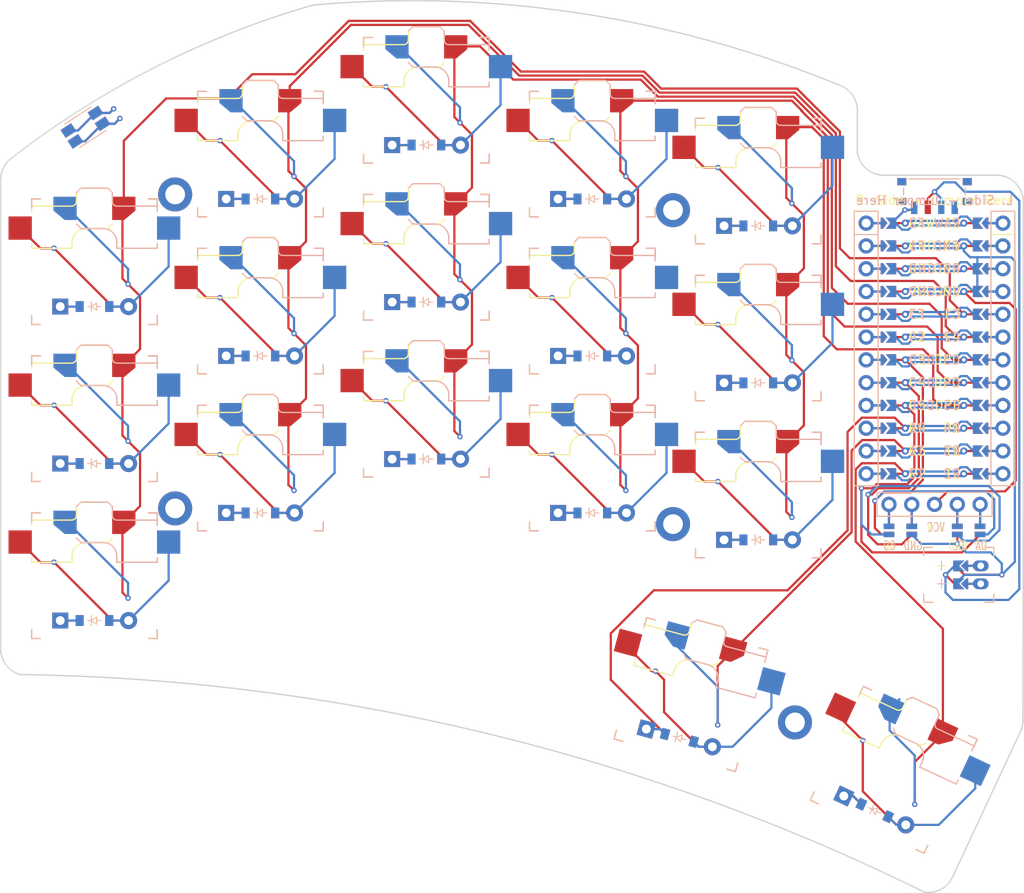
<source format=kicad_pcb>
(kicad_pcb (version 20221018) (generator pcbnew)
  (title_block (title "snak") (rev "0.1") (company "JackMatanky"))
  (layers (0 "F.Cu" signal) (31 "B.Cu" signal) (34 "B.Paste" user) (35 "F.Paste" user) (36 "B.SilkS" user "B.Silkscreen") (37 "F.SilkS" user "F.Silkscreen") (38 "B.Mask" user) (39 "F.Mask" user) (44 "Edge.Cuts" user))
  (net 0 "")
  (net 1 "C1")
  (net 2 "pinky_bot")
  (net 3 "pinky_mid")
  (net 4 "pinky_top")
  (net 5 "C2")
  (net 6 "ring_bot")
  (net 7 "ring_mid")
  (net 8 "ring_top")
  (net 9 "C3")
  (net 10 "middle_bot")
  (net 11 "middle_mid")
  (net 12 "middle_top")
  (net 13 "C4")
  (net 14 "index_bot")
  (net 15 "index_mid")
  (net 16 "index_top")
  (net 17 "C5")
  (net 18 "inner_bot")
  (net 19 "inner_mid")
  (net 20 "inner_top")
  (net 21 "T1")
  (net 22 "out_home")
  (net 23 "T2")
  (net 24 "in_home")
  (net 25 "R2")
  (net 26 "R3")
  (net 27 "R4")
  (net 28 "R1")
  (net 29 "RAW")
  (net 30 "GND")
  (net 31 "RST")
  (net 32 "VCC")
  (net 33 "F2")
  (net 34 "F1")
  (net 35 "F3")
  (net 36 "F4")
  (net 37 "DPD")
  (net 38 "DPC")
  (net 39 "DPE")
  (net 40 "MCU1_24")
  (net 41 "MCU1_1")
  (net 42 "MCU1_23")
  (net 43 "MCU1_2")
  (net 44 "MCU1_22")
  (net 45 "MCU1_3")
  (net 46 "MCU1_21")
  (net 47 "MCU1_4")
  (net 48 "MCU1_20")
  (net 49 "MCU1_5")
  (net 50 "MCU1_19")
  (net 51 "MCU1_6")
  (net 52 "MCU1_18")
  (net 53 "MCU1_7")
  (net 54 "MCU1_17")
  (net 55 "MCU1_8")
  (net 56 "MCU1_16")
  (net 57 "MCU1_9")
  (net 58 "MCU1_15")
  (net 59 "MCU1_10")
  (net 60 "MCU1_14")
  (net 61 "MCU1_11")
  (net 62 "MCU1_13")
  (net 63 "MCU1_12")
  (net 64 "DISP1_1")
  (net 65 "DISP1_2")
  (net 66 "DISP1_4")
  (net 67 "DISP1_5")
  (net 68 "pos")
  (net 69 "JST1_1")
  (net 70 "JST1_2")
  (footprint "VIA-0.6mm" (layer "F.Cu") (at 169.5 89.5)
    (fp_text reference "REF**" hide)
    (fp_text value "VIA-0.6mm" hide)
  )
  (footprint "PG1350" (layer "F.Cu") (at 166.5 113.25 -15)
    (fp_text reference "S16" hide)
    (fp_text value "")
  )
  (footprint "VIA-0.6mm" (layer "F.Cu") (at 159.25 73)
    (fp_text reference "REF**" hide)
    (fp_text value "VIA-0.6mm" hide)
  )
  (footprint "VIA-0.6mm" (layer "F.Cu") (at 151 51.5)
    (fp_text reference "REF**" hide)
    (fp_text value "VIA-0.6mm" hide)
  )
  (footprint "nice_nano" (layer "F.Cu") (at 193.65 73.4)
    (fp_text reference "MCU1" hide)
    (fp_text value "")
  )
  (footprint "VIA-0.6mm" (layer "F.Cu") (at 103.75 67.5)
    (fp_text reference "REF**" hide)
    (fp_text value "VIA-0.6mm" hide)
  )
  (footprint "ComboDiode" (layer "F.Cu") (at 118.5 93)
    (fp_text reference "D4" hide)
    (fp_text value "" hide)
  )
  (footprint "VIA-0.6mm" (layer "F.Cu") (at 140.75 67)
    (fp_text reference "REF**" hide)
    (fp_text value "VIA-0.6mm" hide)
  )
  (footprint "PG1350" (layer "F.Cu") (at 174 73.5)
    (fp_text reference "S14" hide)
    (fp_text value "")
  )
  (footprint "VIA-0.6mm" (layer "F.Cu") (at 201.15 99.9 -90)
    (fp_text reference "REF**" hide)
    (fp_text value "VIA-0.6mm" hide)
  )
  (footprint "PG1350" (layer "F.Cu") (at 174 56)
    (fp_text reference "S15" hide)
    (fp_text value "")
  )
  (footprint "VIA-0.6mm" (layer "F.Cu") (at 190.35 59.225 90)
    (fp_text reference "REF**" hide)
    (fp_text value "VIA-0.6mm" hide)
  )
  (footprint "PG1350" (layer "F.Cu") (at 155.5 53)
    (fp_text reference "S12" hide)
    (fp_text value "")
  )
  (footprint "ComboDiode" (layer "F.Cu") (at 155.5 58)
    (fp_text reference "D12" hide)
    (fp_text value "" hide)
  )
  (footprint "PG1350" (layer "F.Cu") (at 100 82.5)
    (fp_text reference "S2" hide)
    (fp_text value "")
  )
  (footprint "power_switch" (layer "F.Cu") (at 193.65 57.2 90)
    (fp_text reference "SW1" hide)
    (fp_text value "")
  )
  (footprint "VIA-0.6mm" (layer "F.Cu") (at 122.25 90.5)
    (fp_text reference "REF**" hide)
    (fp_text value "VIA-0.6mm" hide)
  )
  (footprint "VIA-0.6mm" (layer "F.Cu") (at 95.5 63.5)
    (fp_text reference "REF**" hide)
    (fp_text value "VIA-0.6mm" hide)
  )
  (footprint "ComboDiode" (layer "F.Cu") (at 100 87.5)
    (fp_text reference "D2" hide)
    (fp_text value "" hide)
  )
  (footprint "PG1350" (layer "F.Cu") (at 137 47)
    (fp_text reference "S9" hide)
    (fp_text value "")
  )
  (footprint "ComboDiode" (layer "F.Cu") (at 186.986786 126.166529 -25)
    (fp_text reference "D17" hide)
    (fp_text value "" hide)
  )
  (footprint "mounting_hole" (layer "F.Cu") (at 109 92.5)
    (fp_text reference "H2" hide)
    (fp_text value "")
  )
  (footprint "VIA-0.6mm" (layer "F.Cu") (at 95.5 81)
    (fp_text reference "REF**" hide)
    (fp_text value "VIA-0.6mm" hide)
  )
  (footprint "PG1350" (layer "F.Cu") (at 189.099877 121.63499 -25)
    (fp_text reference "S17" hide)
    (fp_text value "")
  )
  (footprint "VIA-0.6mm" (layer "F.Cu") (at 132.5 45.5)
    (fp_text reference "REF**" hide)
    (fp_text value "VIA-0.6mm" hide)
  )
  (footprint "VIA-0.6mm" (layer "F.Cu") (at 185.5 90.25)
    (fp_text reference "REF**" hide)
    (fp_text value "VIA-0.6mm" hide)
  )
  (footprint "PG1350" (layer "F.Cu") (at 174 91)
    (fp_text reference "S13" hide)
    (fp_text value "")
  )
  (footprint "ComboDiode" (layer "F.Cu") (at 118.5 58)
    (fp_text reference "D6" hide)
    (fp_text value "" hide)
  )
  (footprint "VIA-0.6mm" (layer "F.Cu") (at 114 51.5)
    (fp_text reference "REF**" hide)
    (fp_text value "VIA-0.6mm" hide)
  )
  (footprint "VIA-0.6mm" (layer "F.Cu") (at 140.75 49.5)
    (fp_text reference "REF**" hide)
    (fp_text value "VIA-0.6mm" hide)
  )
  (footprint "VIA-0.6mm" (layer "F.Cu") (at 169.475174 116.635386 -15)
    (fp_text reference "REF**" hide)
    (fp_text value "VIA-0.6mm" hide)
  )
  (footprint "mounting_hole" (layer "F.Cu") (at 178.09111 116.355829 -15)
    (fp_text reference "H5" hide)
    (fp_text value "")
  )
  (footprint "VIA-0.6mm" (layer "F.Cu") (at 114 86.5)
    (fp_text reference "REF**" hide)
    (fp_text value "VIA-0.6mm" hide)
  )
  (footprint "ComboDiode" (layer "F.Cu") (at 174 78.5)
    (fp_text reference "D14" hide)
    (fp_text value "" hide)
  )
  (footprint "nice!view" (layer "F.Cu") (at 193.65 75.35)
    (fp_text reference "DISP1" hide)
    (fp_text value "")
  )
  (footprint "ComboDiode" (layer "F.Cu") (at 137 52)
    (fp_text reference "D9" hide)
    (fp_text value "" hide)
  )
  (footprint "ComboDiode" (layer "F.Cu") (at 100 105)
    (fp_text reference "D1" hide)
    (fp_text value "" hide)
  )
  (footprint "PG1350" (layer "F.Cu") (at 118.5 70.5)
    (fp_text reference "S5" hide)
    (fp_text value "")
  )
  (footprint "VIA-0.6mm" (layer "F.Cu") (at 102.145015 47.957604 123)
    (fp_text reference "REF**" hide)
    (fp_text value "VIA-0.6mm" hide)
  )
  (footprint "VIA-0.6mm" (layer "F.Cu") (at 114 69)
    (fp_text reference "REF**" hide)
    (fp_text value "VIA-0.6mm" hide)
  )
  (footprint "VIA-0.6mm" (layer "F.Cu") (at 132.5 80.5)
    (fp_text reference "REF**" hide)
    (fp_text value "VIA-0.6mm" hide)
  )
  (footprint "PG1350" (layer "F.Cu") (at 155.5 88)
    (fp_text reference "S10" hide)
    (fp_text value "")
  )
  (footprint "PG1350" (layer "F.Cu") (at 137 82)
    (fp_text reference "S7" hide)
    (fp_text value "")
  )
  (footprint "VIA-0.6mm" (layer "F.Cu") (at 159.25 55.5)
    (fp_text reference "REF**" hide)
    (fp_text value "VIA-0.6mm" hide)
  )
  (footprint "VIA-0.6mm" (layer "F.Cu") (at 186.25 90.95)
    (fp_text reference "REF**" hide)
    (fp_text value "VIA-0.6mm" hide)
  )
  (footprint "mounting_hole" (layer "F.Cu") (at 164.5 59.25)
    (fp_text reference "H3" hide)
    (fp_text value "")
  )
  (footprint "VIA-0.6mm" (layer "F.Cu") (at 122.25 55.5)
    (fp_text reference "REF**" hide)
    (fp_text value "VIA-0.6mm" hide)
  )
  (footprint "PG1350" (layer "F.Cu") (at 100 100)
    (fp_text reference "S1" hide)
    (fp_text value "")
  )
  (footprint "VIA-0.6mm" (layer "F.Cu") (at 177.75 58.5)
    (fp_text reference "REF**" hide)
    (fp_text value "VIA-0.6mm" hide)
  )
  (footprint "ComboDiode" (layer "F.Cu") (at 118.5 75.5)
    (fp_text reference "D5" hide)
    (fp_text value "" hide)
  )
  (footprint "VIA-0.6mm" (layer "F.Cu") (at 193.65 57.2 90)
    (fp_text reference "REF**" hide)
    (fp_text value "VIA-0.6mm" hide)
  )
  (footprint "PG1350" (layer "F.Cu") (at 118.5 53)
    (fp_text reference "S6" hide)
    (fp_text value "")
  )
  (footprint "ComboDiode" (layer "F.Cu") (at 137 87)
    (fp_text reference "D7" hide)
    (fp_text value "" hide)
  )
  (footprint "VIA-0.6mm" (layer "F.Cu") (at 132.5 63)
    (fp_text reference "REF**" hide)
    (fp_text value "VIA-0.6mm" hide)
  )
  (footprint "VIA-0.6mm" (layer "F.Cu") (at 191.441986 125.485578 -25)
    (fp_text reference "REF**" hide)
    (fp_text value "VIA-0.6mm" hide)
  )
  (footprint "VIA-0.6mm" (layer "F.Cu") (at 177.75 76)
    (fp_text reference "REF**" hide)
    (fp_text value "VIA-0.6mm" hide)
  )
  (footprint "ComboDiode" (layer "F.Cu") (at 174 61)
    (fp_text reference "D15" hide)
    (fp_text value "" hide)
  )
  (footprint "ComboDiode" (layer "F.Cu") (at 174 96)
    (fp_text reference "D13" hide)
    (fp_text value "" hide)
  )
  (footprint "VIA-0.6mm" (layer "F.Cu") (at 103.75 102.5)
    (fp_text reference "REF**" hide)
    (fp_text value "VIA-0.6mm" hide)
  )
  (footprint "VIA-0.6mm" (layer "F.Cu") (at 122.25 73)
    (fp_text reference "REF**" hide)
    (fp_text value "VIA-0.6mm" hide)
  )
  (footprint "VIA-0.6mm" (layer "F.Cu") (at 169.5 72)
    (fp_text reference "REF**" hide)
    (fp_text value "VIA-0.6mm" hide)
  )
  (footprint "VIA-0.6mm" (layer "F.Cu") (at 140.75 84.5)
    (fp_text reference "REF**" hide)
    (fp_text value "VIA-0.6mm" hide)
  )
  (footprint "VIA-0.6mm" (layer "F.Cu") (at 185.655419 118.373746 -25)
    (fp_text reference "REF**" hide)
    (fp_text value "VIA-0.6mm" hide)
  )
  (footprint "ComboDiode" (layer "F.Cu") (at 155.5 93)
    (fp_text reference "D10" hide)
    (fp_text value "" hide)
  )
  (footprint "VIA-0.6mm" (layer "F.Cu") (at 159.25 90.5)
    (fp_text reference "REF**" hide)
    (fp_text value "VIA-0.6mm" hide)
  )
  (footprint "mounting_hole" (layer "F.Cu") (at 109 57.5)
    (fp_text reference "H1" hide)
    (fp_text value "")
  )
  (footprint "ComboDiode" (layer "F.Cu") (at 155.5 75.5)
    (fp_text reference "D11" hide)
    (fp_text value "" hide)
  )
  (footprint "ComboDiode" (layer "F.Cu") (at 165.205905 118.079629 -15)
    (fp_text reference "D16" hide)
    (fp_text value "" hide)
  )
  (footprint "PG1350" (layer "F.Cu") (at 118.5 88)
    (fp_text reference "S4" hide)
    (fp_text value "")
  )
  (footprint "PG1350" (layer "F.Cu") (at 137 64.5)
    (fp_text reference "S8" hide)
    (fp_text value "")
  )
  (footprint "PG1350" (layer "F.Cu") (at 155.5 70.5)
    (fp_text reference "S11" hide)
    (fp_text value "")
  )
  (footprint "ComboDiode" (layer "F.Cu") (at 100 70)
    (fp_text reference "D3" hide)
    (fp_text value "" hide)
  )
  (footprint "VIA-0.6mm" (layer "F.Cu") (at 187 91.65)
    (fp_text reference "REF**" hide)
    (fp_text value "VIA-0.6mm" hide)
  )
  (footprint "PG1350" (layer "F.Cu") (at 100 65)
    (fp_text reference "S3" hide)
    (fp_text value "")
  )
  (footprint "VIA-0.6mm" (layer "F.Cu") (at 162.541562 110.636426 -15)
    (fp_text reference "REF**" hide)
    (fp_text value "VIA-0.6mm" hide)
  )
  (footprint "mounting_hole" (layer "F.Cu") (at 164.5 94.25)
    (fp_text reference "H4" hide)
    (fp_text value "")
  )
  (footprint "VIA-0.6mm" (layer "F.Cu") (at 151 86.5)
    (fp_text reference "REF**" hide)
    (fp_text value "VIA-0.6mm" hide)
  )
  (footprint "VIA-0.6mm" (layer "F.Cu") (at 196.2 96.45)
    (fp_text reference "REF**" hide)
    (fp_text value "VIA-0.6mm" hide)
  )
  (footprint "VIA-0.6mm" (layer "F.Cu") (at 95.5 98.5)
    (fp_text reference "REF**" hide)
    (fp_text value "VIA-0.6mm" hide)
  )
  (footprint "VIA-0.6mm" (layer "F.Cu") (at 151 69)
    (fp_text reference "REF**" hide)
    (fp_text value "VIA-0.6mm" hide)
  )
  (footprint "ComboDiode" (layer "F.Cu") (at 137 69.5)
    (fp_text reference "D8" hide)
    (fp_text value "" hide)
  )
  (footprint "VIA-0.6mm" (layer "F.Cu") (at 103.75 85)
    (fp_text reference "REF**" hide)
    (fp_text value "VIA-0.6mm" hide)
  )
  (footprint "VIA-0.6mm" (layer "F.Cu") (at 169.5 54.5)
    (fp_text reference "REF**" hide)
    (fp_text value "VIA-0.6mm" hide)
  )
  (footprint "VIA-0.6mm" (layer "F.Cu") (at 194.875 99.9 -90)
    (fp_text reference "REF**" hide)
    (fp_text value "VIA-0.6mm" hide)
  )
  (footprint "VIA-0.6mm" (layer "F.Cu") (at 177.75 93.5)
    (fp_text reference "REF**" hide)
    (fp_text value "VIA-0.6mm" hide)
  )
  (footprint "VIA-0.6mm" (layer "F.Cu") (at 102.839429 49.026909 123)
    (fp_text reference "REF**" hide)
    (fp_text value "VIA-0.6mm" hide)
  )
  (footprint "sw_reset_side" (layer "F.Cu") (at 99 50 123)
    (fp_text reference "SW2" hide)
    (fp_text value "")
  )
  (footprint "JST_PH_S2B-PH-K" (layer "F.Cu") (at 198.8 99.9 -90)
    (fp_text reference "JST1" hide)
    (fp_text value "")
  )
  (gr_arc (start 90.711341 53.482912) (mid 106.599129 43.400276) (end 124.094477 36.472495) (stroke (width 0.15)) (layer "Edge.Cuts"))
  (gr_line (start 89.55 108.136568) (end 89.55 55.853425) (stroke (width 0.15)) (layer "Edge.Cuts"))
  (gr_line (start 185.05 52.895436) (end 185.05 48.15509) (stroke (width 0.15)) (layer "Edge.Cuts"))
  (gr_arc (start 200.55 55.35) (mid 202.67132 56.22868) (end 203.55 58.35) (stroke (width 0.15)) (layer "Edge.Cuts"))
  (gr_line (start 203.22677 117.367987) (end 195.668338 133.577098) (stroke (width 0.15)) (layer "Edge.Cuts"))
  (gr_arc (start 89.55 55.853425) (mid 89.855934 54.533573) (end 90.71134 53.482912) (stroke (width 0.15)) (layer "Edge.Cuts"))
  (gr_line (start 203.55 58.35) (end 203.55 90.447565) (stroke (width 0.15)) (layer "Edge.Cuts"))
  (gr_arc (start 203.507843 116.105062) (mid 203.436201 116.751857) (end 203.22677 117.367987) (stroke (width 0.15)) (layer "Edge.Cuts"))
  (gr_arc (start 124.094477 36.472495) (mid 124.381214 36.404248) (end 124.673265 36.364467) (stroke (width 0.15)) (layer "Edge.Cuts"))
  (gr_arc (start 124.673264 36.364467) (mid 154.476426 37.3582) (end 183.196172 45.382674) (stroke (width 0.15)) (layer "Edge.Cuts"))
  (gr_arc (start 91.729528 111.022192) (mid 143.483319 117.522792) (end 192.528304 135.279541) (stroke (width 0.15)) (layer "Edge.Cuts"))
  (gr_arc (start 195.668337 133.577097) (mid 194.379297 134.946558) (end 192.528304 135.27954) (stroke (width 0.15)) (layer "Edge.Cuts"))
  (gr_arc (start 91.729527 111.022192) (mid 90.15611 109.944686) (end 89.55 108.136568) (stroke (width 0.15)) (layer "Edge.Cuts"))
  (gr_arc (start 183.196172 45.382674) (mid 184.543844 46.487534) (end 185.05 48.15509) (stroke (width 0.15)) (layer "Edge.Cuts"))
  (gr_line (start 188 55.35) (end 200.55 55.35) (stroke (width 0.15)) (layer "Edge.Cuts"))
  (gr_arc (start 188 55.35) (mid 186.081186 54.656112) (end 185.05 52.895436) (stroke (width 0.15)) (layer "Edge.Cuts"))
  (gr_line (start 203.549996 90.452495) (end 203.507843 116.105061) (stroke (width 0.15)) (layer "Edge.Cuts"))
  (gr_arc (start 203.55 90.447565) (mid 203.549999 90.45003) (end 203.549996 90.452495) (stroke (width 0.15)) (layer "Edge.Cuts"))
  (segment (start 103.125 101.875) (end 103.75 102.5) (width 0.25) (layer "F.Cu") (net 1))
  (segment (start 198.43 70.86) (end 196.91 70.86) (width 0.25) (layer "F.Cu") (net 1))
  (segment (start 183.1 63.5) (end 183.1 50.490812) (width 0.25) (layer "F.Cu") (net 1))
  (segment (start 195.35 69.298) (end 195.35 66.155) (width 0.25) (layer "F.Cu") (net 1))
  (segment (start 117.6 44.1) (end 114.9 46.8) (width 0.25) (layer "F.Cu") (net 1))
  (segment (start 184.205 64.605) (end 183.1 63.5) (width 0.25) (layer "F.Cu") (net 1))
  (segment (start 193.8 64.605) (end 184.205 64.605) (width 0.25) (layer "F.Cu") (net 1))
  (segment (start 103.125 66.875) (end 103.75 67.5) (width 0.25) (layer "F.Cu") (net 1))
  (segment (start 103.275 51.525) (end 103.275 59.05) (width 0.25) (layer "F.Cu") (net 1))
  (segment (start 122.4 44.1) (end 117.6 44.1) (width 0.25) (layer "F.Cu") (net 1))
  (segment (start 103.125 76.7) (end 103.125 84.375) (width 0.25) (layer "F.Cu") (net 1))
  (segment (start 103.75 85) (end 105.0875 86.3375) (width 0.25) (layer "F.Cu") (net 1))
  (segment (start 103.275 76.55) (end 103.125 76.7) (width 0.25) (layer "F.Cu") (net 1))
  (segment (start 108 46.8) (end 103.275 51.525) (width 0.25) (layer "F.Cu") (net 1))
  (segment (start 195.35 66.155) (end 193.8 64.605) (width 0.25) (layer "F.Cu") (net 1))
  (segment (start 178.309188 45.7) (end 163.172792 45.7) (width 0.25) (layer "F.Cu") (net 1))
  (segment (start 183.1 50.490812) (end 178.309188 45.7) (width 0.25) (layer "F.Cu") (net 1))
  (segment (start 103.125 59.2) (end 103.125 66.875) (width 0.25) (layer "F.Cu") (net 1))
  (segment (start 105.0875 74.7375) (end 103.275 76.55) (width 0.25) (layer "F.Cu") (net 1))
  (segment (start 103.275 59.05) (end 103.125 59.2) (width 0.25) (layer "F.Cu") (net 1))
  (segment (start 103.275 94.05) (end 103.125 94.2) (width 0.25) (layer "F.Cu") (net 1))
  (segment (start 163.172792 45.7) (end 161.272792 43.8) (width 0.25) (layer "F.Cu") (net 1))
  (segment (start 103.125 84.375) (end 103.75 85) (width 0.25) (layer "F.Cu") (net 1))
  (segment (start 128.35 38.15) (end 122.4 44.1) (width 0.25) (layer "F.Cu") (net 1))
  (segment (start 196.912 70.86) (end 195.35 69.298) (width 0.25) (layer "F.Cu") (net 1))
  (segment (start 105.0875 86.3375) (end 105.0875 92.2375) (width 0.25) (layer "F.Cu") (net 1))
  (segment (start 114.9 46.8) (end 108 46.8) (width 0.25) (layer "F.Cu") (net 1))
  (segment (start 105.0875 68.8375) (end 105.0875 74.7375) (width 0.25) (layer "F.Cu") (net 1))
  (segment (start 105.0875 92.2375) (end 103.275 94.05) (width 0.25) (layer "F.Cu") (net 1))
  (segment (start 141.886396 38.15) (end 128.35 38.15) (width 0.25) (layer "F.Cu") (net 1))
  (segment (start 161.272792 43.8) (end 147.536396 43.8) (width 0.25) (layer "F.Cu") (net 1))
  (segment (start 147.536396 43.8) (end 141.886396 38.15) (width 0.25) (layer "F.Cu") (net 1))
  (segment (start 103.125 94.2) (end 103.125 101.875) (width 0.25) (layer "F.Cu") (net 1))
  (segment (start 103.75 67.5) (end 105.0875 68.8375) (width 0.25) (layer "F.Cu") (net 1))
  (segment (start 103.75 83.295001) (end 103.75 85) (width 0.25) (layer "B.Cu") (net 1))
  (segment (start 97.004999 59.05) (end 103.75 65.795001) (width 0.25) (layer "B.Cu") (net 1))
  (segment (start 97.004999 76.55) (end 103.75 83.295001) (width 0.25) (layer "B.Cu") (net 1))
  (segment (start 96.725 94.05) (end 97.004999 94.05) (width 0.25) (layer "B.Cu") (net 1))
  (segment (start 191.2 71.11) (end 196.66 71.11) (width 0.25) (layer "B.Cu") (net 1))
  (segment (start 189.31 70.86) (end 190.04 71.59) (width 0.25) (layer "B.Cu") (net 1))
  (segment (start 196.66 71.11) (end 196.91 70.86) (width 0.25) (layer "B.Cu") (net 1))
  (segment (start 96.725 76.55) (end 97.004999 76.55) (width 0.25) (layer "B.Cu") (net 1))
  (segment (start 96.725 59.05) (end 97.004999 59.05) (width 0.25) (layer "B.Cu") (net 1))
  (segment (start 190.74 71.59) (end 191.11 71.21) (width 0.25) (layer "B.Cu") (net 1))
  (segment (start 191.11 71.21) (end 191.11 71.2) (width 0.25) (layer "B.Cu") (net 1))
  (segment (start 103.75 100.795001) (end 103.75 102.5) (width 0.25) (layer "B.Cu") (net 1))
  (segment (start 97.004999 94.05) (end 103.75 100.795001) (width 0.25) (layer "B.Cu") (net 1))
  (segment (start 190.04 71.59) (end 190.74 71.59) (width 0.25) (layer "B.Cu") (net 1))
  (segment (start 103.75 65.795001) (end 103.75 67.5) (width 0.25) (layer "B.Cu") (net 1))
  (segment (start 188.88 70.86) (end 189.31 70.86) (width 0.25) (layer "B.Cu") (net 1))
  (segment (start 191.11 71.2) (end 191.2 71.11) (width 0.25) (layer "B.Cu") (net 1))
  (segment (start 101.65 104.65) (end 101.65 105) (width 0.25) (layer "F.Cu") (net 2))
  (segment (start 91.725 96.25) (end 93.975 98.5) (width 0.25) (layer "F.Cu") (net 2))
  (segment (start 93.975 98.5) (end 95.5 98.5) (width 0.25) (layer "F.Cu") (net 2))
  (segment (start 95.5 98.5) (end 101.65 104.65) (width 0.25) (layer "F.Cu") (net 2))
  (segment (start 103.81 105) (end 101.65 105) (width 0.25) (layer "F.Cu") (net 2))
  (segment (start 108.275 100.535) (end 103.81 105) (width 0.25) (layer "B.Cu") (net 2))
  (segment (start 108.275 96.25) (end 108.275 100.535) (width 0.25) (layer "B.Cu") (net 2))
  (segment (start 103.81 105) (end 101.65 105) (width 0.25) (layer "B.Cu") (net 2))
  (segment (start 93.975 81) (end 95.5 81) (width 0.25) (layer "F.Cu") (net 3))
  (segment (start 91.725 78.75) (end 93.975 81) (width 0.25) (layer "F.Cu") (net 3))
  (segment (start 95.5 81) (end 101.65 87.15) (width 0.25) (layer "F.Cu") (net 3))
  (segment (start 103.81 87.5) (end 101.65 87.5) (width 0.25) (layer "F.Cu") (net 3))
  (segment (start 101.65 87.15) (end 101.65 87.5) (width 0.25) (layer "F.Cu") (net 3))
  (segment (start 108.275 78.75) (end 108.275 83.035) (width 0.25) (layer "B.Cu") (net 3))
  (segment (start 108.275 83.035) (end 103.81 87.5) (width 0.25) (layer "B.Cu") (net 3))
  (segment (start 103.81 87.5) (end 101.65 87.5) (width 0.25) (layer "B.Cu") (net 3))
  (segment (start 103.81 70) (end 101.65 70) (width 0.25) (layer "F.Cu") (net 4))
  (segment (start 95.5 63.5) (end 101.65 69.65) (width 0.25) (layer "F.Cu") (net 4))
  (segment (start 91.725 61.25) (end 93.975 63.5) (width 0.25) (layer "F.Cu") (net 4))
  (segment (start 101.65 69.65) (end 101.65 70) (width 0.25) (layer "F.Cu") (net 4))
  (segment (start 93.975 63.5) (end 95.5 63.5) (width 0.25) (layer "F.Cu") (net 4))
  (segment (start 108.275 65.535) (end 103.81 70) (width 0.25) (layer "B.Cu") (net 4))
  (segment (start 101.65 70) (end 103.81 70) (width 0.25) (layer "B.Cu") (net 4))
  (segment (start 108.275 61.25) (end 108.275 65.535) (width 0.25) (layer "B.Cu") (net 4))
  (segment (start 121.625 47.2) (end 121.625 54.875) (width 0.25) (layer "F.Cu") (net 5))
  (segment (start 121.775 82.05) (end 121.625 82.2) (width 0.25) (layer "F.Cu") (net 5))
  (segment (start 162.986396 46.15) (end 178.122792 46.15) (width 0.25) (layer "F.Cu") (net 5))
  (segment (start 121.625 64.7) (end 121.625 72.375) (width 0.25) (layer "F.Cu") (net 5))
  (segment (start 121.775 45.425) (end 128.6 38.6) (width 0.25) (layer "F.Cu") (net 5))
  (segment (start 128.6 38.6) (end 141.7 38.6) (width 0.25) (layer "F.Cu") (net 5))
  (segment (start 123.5875 56.8375) (end 123.5875 62.7375) (width 0.25) (layer "F.Cu") (net 5))
  (segment (start 147.35 44.25) (end 161.086396 44.25) (width 0.25) (layer "F.Cu") (net 5))
  (segment (start 178.122792 46.15) (end 182.65 50.677208) (width 0.25) (layer "F.Cu") (net 5))
  (segment (start 196.1 73.4) (end 196.912 73.4) (width 0.25) (layer "F.Cu") (net 5))
  (segment (start 184.295 67.145) (end 193.545 67.145) (width 0.25) (layer "F.Cu") (net 5))
  (segment (start 123.5875 62.7375) (end 121.775 64.55) (width 0.25) (layer "F.Cu") (net 5))
  (segment (start 121.625 82.2) (end 121.625 89.875) (width 0.25) (layer "F.Cu") (net 5))
  (segment (start 193.545 67.145) (end 194.9 68.5) (width 0.25) (layer "F.Cu") (net 5))
  (segment (start 121.625 54.875) (end 122.25 55.5) (width 0.25) (layer "F.Cu") (net 5))
  (segment (start 121.775 64.55) (end 121.625 64.7) (width 0.25) (layer "F.Cu") (net 5))
  (segment (start 121.625 72.375) (end 122.25 73) (width 0.25) (layer "F.Cu") (net 5))
  (segment (start 182.65 50.677208) (end 182.65 65.5) (width 0.25) (layer "F.Cu") (net 5))
  (segment (start 123.5875 74.3375) (end 123.5875 80.2375) (width 0.25) (layer "F.Cu") (net 5))
  (segment (start 161.086396 44.25) (end 162.986396 46.15) (width 0.25) (layer "F.Cu") (net 5))
  (segment (start 194.9 68.5) (end 194.9 72.2) (width 0.25) (layer "F.Cu") (net 5))
  (segment (start 194.9 72.2) (end 196.1 73.4) (width 0.25) (layer "F.Cu") (net 5))
  (segment (start 141.7 38.6) (end 147.35 44.25) (width 0.25) (layer "F.Cu") (net 5))
  (segment (start 122.25 55.5) (end 123.5875 56.8375) (width 0.25) (layer "F.Cu") (net 5))
  (segment (start 198.43 73.4) (end 196.91 73.4) (width 0.25) (layer "F.Cu") (net 5))
  (segment (start 123.5875 80.2375) (end 121.775 82.05) (width 0.25) (layer "F.Cu") (net 5))
  (segment (start 182.65 65.5) (end 184.295 67.145) (width 0.25) (layer "F.Cu") (net 5))
  (segment (start 121.625 89.875) (end 122.25 90.5) (width 0.25) (layer "F.Cu") (net 5))
  (segment (start 122.25 73) (end 123.5875 74.3375) (width 0.25) (layer "F.Cu") (net 5))
  (segment (start 121.775 47.05) (end 121.625 47.2) (width 0.25) (layer "F.Cu") (net 5))
  (segment (start 121.775 47.05) (end 121.775 45.425) (width 0.25) (layer "F.Cu") (net 5))
  (segment (start 191.11 73.74) (end 191.2 73.65) (width 0.25) (layer "B.Cu") (net 5))
  (segment (start 191.11 73.75) (end 191.11 73.74) (width 0.25) (layer "B.Cu") (net 5))
  (segment (start 189.31 73.4) (end 190.04 74.13) (width 0.25) (layer "B.Cu") (net 5))
  (segment (start 190.04 74.13) (end 190.74 74.13) (width 0.25) (layer "B.Cu") (net 5))
  (segment (start 115.504999 47.05) (end 122.25 53.795001) (width 0.25) (layer "B.Cu") (net 5))
  (segment (start 190.74 74.13) (end 191.11 73.75) (width 0.25) (layer "B.Cu") (net 5))
  (segment (start 115.504999 64.55) (end 122.25 71.295001) (width 0.25) (layer "B.Cu") (net 5))
  (segment (start 191.2 73.65) (end 196.66 73.65) (width 0.25) (layer "B.Cu") (net 5))
  (segment (start 122.25 88.795001) (end 122.25 90.5) (width 0.25) (layer "B.Cu") (net 5))
  (segment (start 115.225 82.05) (end 115.504999 82.05) (width 0.25) (layer "B.Cu") (net 5))
  (segment (start 188.88 73.4) (end 189.31 73.4) (width 0.25) (layer "B.Cu") (net 5))
  (segment (start 115.225 64.55) (end 115.504999 64.55) (width 0.25) (layer "B.Cu") (net 5))
  (segment (start 115.504999 82.05) (end 122.25 88.795001) (width 0.25) (layer "B.Cu") (net 5))
  (segment (start 122.25 71.295001) (end 122.25 73) (width 0.25) (layer "B.Cu") (net 5))
  (segment (start 196.66 73.65) (end 196.91 73.4) (width 0.25) (layer "B.Cu") (net 5))
  (segment (start 115.225 47.05) (end 115.504999 47.05) (width 0.25) (layer "B.Cu") (net 5))
  (segment (start 122.25 53.795001) (end 122.25 55.5) (width 0.25) (layer "B.Cu") (net 5))
  (segment (start 110.225 84.25) (end 112.475 86.5) (width 0.25) (layer "F.Cu") (net 6))
  (segment (start 112.475 86.5) (end 114 86.5) (width 0.25) (layer "F.Cu") (net 6))
  (segment (start 120.15 92.65) (end 120.15 93) (width 0.25) (layer "F.Cu") (net 6))
  (segment (start 122.31 93) (end 120.15 93) (width 0.25) (layer "F.Cu") (net 6))
  (segment (start 114 86.5) (end 120.15 92.65) (width 0.25) (layer "F.Cu") (net 6))
  (segment (start 126.775 84.25) (end 126.775 88.535) (width 0.25) (layer "B.Cu") (net 6))
  (segment (start 122.31 93) (end 120.15 93) (width 0.25) (layer "B.Cu") (net 6))
  (segment (start 126.775 88.535) (end 122.31 93) (width 0.25) (layer "B.Cu") (net 6))
  (segment (start 114 69) (end 120.15 75.15) (width 0.25) (layer "F.Cu") (net 7))
  (segment (start 120.15 75.15) (end 120.15 75.5) (width 0.25) (layer "F.Cu") (net 7))
  (segment (start 122.31 75.5) (end 120.15 75.5) (width 0.25) (layer "F.Cu") (net 7))
  (segment (start 110.225 66.75) (end 112.475 69) (width 0.25) (layer "F.Cu") (net 7))
  (segment (start 112.475 69) (end 114 69) (width 0.25) (layer "F.Cu") (net 7))
  (segment (start 126.775 71.035) (end 122.31 75.5) (width 0.25) (layer "B.Cu") (net 7))
  (segment (start 122.31 75.5) (end 120.15 75.5) (width 0.25) (layer "B.Cu") (net 7))
  (segment (start 126.775 66.75) (end 126.775 71.035) (width 0.25) (layer "B.Cu") (net 7))
  (segment (start 112.475 51.5) (end 114 51.5) (width 0.25) (layer "F.Cu") (net 8))
  (segment (start 110.225 49.25) (end 112.475 51.5) (width 0.25) (layer "F.Cu") (net 8))
  (segment (start 114 51.5) (end 120.15 57.65) (width 0.25) (layer "F.Cu") (net 8))
  (segment (start 122.31 58) (end 120.15 58) (width 0.25) (layer "F.Cu") (net 8))
  (segment (start 120.15 57.65) (end 120.15 58) (width 0.25) (layer "F.Cu") (net 8))
  (segment (start 126.775 53.535) (end 122.31 58) (width 0.25) (layer "B.Cu") (net 8))
  (segment (start 126.775 49.25) (end 126.775 53.535) (width 0.25) (layer "B.Cu") (net 8))
  (segment (start 122.31 58) (end 120.15 58) (width 0.25) (layer "B.Cu") (net 8))
  (segment (start 140.275 41.05) (end 140.125 41.2) (width 0.25) (layer "F.Cu") (net 9))
  (segment (start 140.125 76.2) (end 140.125 83.875) (width 0.25) (layer "F.Cu") (net 9))
  (segment (start 141.4 41) (end 141.35 41.05) (width 0.25) (layer "F.Cu") (net 9))
  (segment (start 195.74 75.94) (end 194.45 74.65) (width 0.25) (layer "F.Cu") (net 9))
  (segment (start 142.0875 74.2375) (end 140.275 76.05) (width 0.25) (layer "F.Cu") (net 9))
  (segment (start 198.43 75.94) (end 196.91 75.94) (width 0.25) (layer "F.Cu") (net 9))
  (segment (start 141.35 41.05) (end 140.275 41.05) (width 0.25) (layer "F.Cu") (net 9))
  (segment (start 143 41) (end 141.4 41) (width 0.25) (layer "F.Cu") (net 9))
  (segment (start 142.0875 68.3375) (end 142.0875 74.2375) (width 0.25) (layer "F.Cu") (net 9))
  (segment (start 140.125 66.375) (end 140.75 67) (width 0.25) (layer "F.Cu") (net 9))
  (segment (start 140.125 83.875) (end 140.75 84.5) (width 0.25) (layer "F.Cu") (net 9))
  (segment (start 183.985 69.685) (end 182.2 67.9) (width 0.25) (layer "F.Cu") (net 9))
  (segment (start 182.2 67.9) (end 182.2 50.863604) (width 0.25) (layer "F.Cu") (net 9))
  (segment (start 160.9 44.7) (end 146.7 44.7) (width 0.25) (layer "F.Cu") (net 9))
  (segment (start 182.2 50.863604) (end 177.936396 46.6) (width 0.25) (layer "F.Cu") (net 9))
  (segment (start 140.75 67) (end 142.0875 68.3375) (width 0.25) (layer "F.Cu") (net 9))
  (segment (start 140.275 76.05) (end 140.125 76.2) (width 0.25) (layer "F.Cu") (net 9))
  (segment (start 140.275 58.55) (end 140.125 58.7) (width 0.25) (layer "F.Cu") (net 9))
  (segment (start 194.45 74.65) (end 194.45 71.05) (width 0.25) (layer "F.Cu") (net 9))
  (segment (start 140.125 41.2) (end 140.125 48.875) (width 0.25) (layer "F.Cu") (net 9))
  (segment (start 140.75 49.5) (end 142.0875 50.8375) (width 0.25) (layer "F.Cu") (net 9))
  (segment (start 194.45 71.05) (end 193.085 69.685) (width 0.25) (layer "F.Cu") (net 9))
  (segment (start 162.8 46.6) (end 160.9 44.7) (width 0.25) (layer "F.Cu") (net 9))
  (segment (start 142.0875 56.7375) (end 140.275 58.55) (width 0.25) (layer "F.Cu") (net 9))
  (segment (start 146.7 44.7) (end 143 41) (width 0.25) (layer "F.Cu") (net 9))
  (segment (start 140.125 48.875) (end 140.75 49.5) (width 0.25) (layer "F.Cu") (net 9))
  (segment (start 177.936396 46.6) (end 162.8 46.6) (width 0.25) (layer "F.Cu") (net 9))
  (segment (start 142.0875 50.8375) (end 142.0875 56.7375) (width 0.25) (layer "F.Cu") (net 9))
  (segment (start 140.125 58.7) (end 140.125 66.375) (width 0.25) (layer "F.Cu") (net 9))
  (segment (start 193.085 69.685) (end 183.985 69.685) (width 0.25) (layer "F.Cu") (net 9))
  (segment (start 196.912 75.94) (end 195.74 75.94) (width 0.25) (layer "F.Cu") (net 9))
  (segment (start 133.725 58.55) (end 134.004999 58.55) (width 0.25) (layer "B.Cu") (net 9))
  (segment (start 190.74 76.67) (end 191.11 76.29) (width 0.25) (layer "B.Cu") (net 9))
  (segment (start 140.75 47.795001) (end 140.75 49.5) (width 0.25) (layer "B.Cu") (net 9))
  (segment (start 134.004999 58.55) (end 140.75 65.295001) (width 0.25) (layer "B.Cu") (net 9))
  (segment (start 191.11 76.29) (end 191.11 76.28) (width 0.25) (layer "B.Cu") (net 9))
  (segment (start 189.31 75.94) (end 190.04 76.67) (width 0.25) (layer "B.Cu") (net 9))
  (segment (start 191.11 76.28) (end 191.2 76.19) (width 0.25) (layer "B.Cu") (net 9))
  (segment (start 140.75 65.295001) (end 140.75 67) (width 0.25) (layer "B.Cu") (net 9))
  (segment (start 191.2 76.19) (end 196.66 76.19) (width 0.25) (layer "B.Cu") (net 9))
  (segment (start 133.725 76.05) (end 134.004999 76.05) (width 0.25) (layer "B.Cu") (net 9))
  (segment (start 188.88 75.94) (end 189.31 75.94) (width 0.25) (layer "B.Cu") (net 9))
  (segment (start 134.004999 76.05) (end 140.75 82.795001) (width 0.25) (layer "B.Cu") (net 9))
  (segment (start 134.004999 41.05) (end 140.75 47.795001) (width 0.25) (layer "B.Cu") (net 9))
  (segment (start 133.725 41.05) (end 134.004999 41.05) (width 0.25) (layer "B.Cu") (net 9))
  (segment (start 190.04 76.67) (end 190.74 76.67) (width 0.25) (layer "B.Cu") (net 9))
  (segment (start 196.66 76.19) (end 196.91 75.94) (width 0.25) (layer "B.Cu") (net 9))
  (segment (start 140.75 82.795001) (end 140.75 84.5) (width 0.25) (layer "B.Cu") (net 9))
  (segment (start 132.5 80.5) (end 138.65 86.65) (width 0.25) (layer "F.Cu") (net 10))
  (segment (start 130.975 80.5) (end 132.5 80.5) (width 0.25) (layer "F.Cu") (net 10))
  (segment (start 140.81 87) (end 138.65 87) (width 0.25) (layer "F.Cu") (net 10))
  (segment (start 138.65 86.65) (end 138.65 87) (width 0.25) (layer "F.Cu") (net 10))
  (segment (start 128.725 78.25) (end 130.975 80.5) (width 0.25) (layer "F.Cu") (net 10))
  (segment (start 145.275 78.25) (end 145.275 82.535) (width 0.25) (layer "B.Cu") (net 10))
  (segment (start 140.81 87) (end 138.65 87) (width 0.25) (layer "B.Cu") (net 10))
  (segment (start 145.275 82.535) (end 140.81 87) (width 0.25) (layer "B.Cu") (net 10))
  (segment (start 140.81 69.5) (end 138.65 69.5) (width 0.25) (layer "F.Cu") (net 11))
  (segment (start 132.5 63) (end 138.65 69.15) (width 0.25) (layer "F.Cu") (net 11))
  (segment (start 138.65 69.15) (end 138.65 69.5) (width 0.25) (layer "F.Cu") (net 11))
  (segment (start 130.975 63) (end 132.5 63) (width 0.25) (layer "F.Cu") (net 11))
  (segment (start 128.725 60.75) (end 130.975 63) (width 0.25) (layer "F.Cu") (net 11))
  (segment (start 140.81 69.5) (end 138.65 69.5) (width 0.25) (layer "B.Cu") (net 11))
  (segment (start 145.275 65.035) (end 140.81 69.5) (width 0.25) (layer "B.Cu") (net 11))
  (segment (start 145.275 60.75) (end 145.275 65.035) (width 0.25) (layer "B.Cu") (net 11))
  (segment (start 132.5 45.5) (end 138.65 51.65) (width 0.25) (layer "F.Cu") (net 12))
  (segment (start 138.65 51.65) (end 138.65 52) (width 0.25) (layer "F.Cu") (net 12))
  (segment (start 128.725 43.25) (end 130.975 45.5) (width 0.25) (layer "F.Cu") (net 12))
  (segment (start 140.81 52) (end 138.65 52) (width 0.25) (layer "F.Cu") (net 12))
  (segment (start 130.975 45.5) (end 132.5 45.5) (width 0.25) (layer "F.Cu") (net 12))
  (segment (start 145.275 47.535) (end 140.81 52) (width 0.25) (layer "B.Cu") (net 12))
  (segment (start 140.81 52) (end 138.65 52) (width 0.25) (layer "B.Cu") (net 12))
  (segment (start 145.275 43.25) (end 145.275 47.535) (width 0.25) (layer "B.Cu") (net 12))
  (segment (start 158.625 89.875) (end 159.25 90.5) (width 0.25) (layer "F.Cu") (net 13))
  (segment (start 194 77.2) (end 195.28 78.48) (width 0.25) (layer "F.Cu") (net 13))
  (segment (start 158.625 82.2) (end 158.625 89.875) (width 0.25) (layer "F.Cu") (net 13))
  (segment (start 158.775 64.55) (end 158.625 64.7) (width 0.25) (layer "F.Cu") (net 13))
  (segment (start 177.75 47.05) (end 178.875 48.175) (width 0.25) (layer "F.Cu") (net 13))
  (segment (start 158.775 82.05) (end 158.625 82.2) (width 0.25) (layer "F.Cu") (net 13))
  (segment (start 160.5875 80.2375) (end 158.775 82.05) (width 0.25) (layer "F.Cu") (net 13))
  (segment (start 158.625 72.375) (end 159.25 73) (width 0.25) (layer "F.Cu") (net 13))
  (segment (start 198.43 78.48) (end 196.91 78.48) (width 0.25) (layer "F.Cu") (net 13))
  (segment (start 159.25 55.5) (end 160.5875 56.8375) (width 0.25) (layer "F.Cu") (net 13))
  (segment (start 159.25 73) (end 160.5875 74.3375) (width 0.25) (layer "F.Cu") (net 13))
  (segment (start 194 73.4) (end 194 77.2) (width 0.25) (layer "F.Cu") (net 13))
  (segment (start 195.28 78.48) (end 196.912 78.48) (width 0.25) (layer "F.Cu") (net 13))
  (segment (start 158.625 54.875) (end 159.25 55.5) (width 0.25) (layer "F.Cu") (net 13))
  (segment (start 192.825 72.225) (end 194 73.4) (width 0.25) (layer "F.Cu") (net 13))
  (segment (start 178.811396 48.175) (end 181.75 51.113604) (width 0.25) (layer "F.Cu") (net 13))
  (segment (start 160.5875 74.3375) (end 160.5875 80.2375) (width 0.25) (layer "F.Cu") (net 13))
  (segment (start 158.625 47.2) (end 158.625 54.875) (width 0.25) (layer "F.Cu") (net 13))
  (segment (start 181.75 51.113604) (end 181.75 70.35) (width 0.25) (layer "F.Cu") (net 13))
  (segment (start 160.5875 56.8375) (end 160.5875 62.7375) (width 0.25) (layer "F.Cu") (net 13))
  (segment (start 178.875 48.175) (end 178.811396 48.175) (width 0.25) (layer "F.Cu") (net 13))
  (segment (start 158.625 64.7) (end 158.625 72.375) (width 0.25) (layer "F.Cu") (net 13))
  (segment (start 183.625 72.225) (end 192.825 72.225) (width 0.25) (layer "F.Cu") (net 13))
  (segment (start 158.775 47.05) (end 177.75 47.05) (width 0.25) (layer "F.Cu") (net 13))
  (segment (start 181.75 70.35) (end 183.625 72.225) (width 0.25) (layer "F.Cu") (net 13))
  (segment (start 158.775 47.05) (end 158.625 47.2) (width 0.25) (layer "F.Cu") (net 13))
  (segment (start 160.5875 62.7375) (end 158.775 64.55) (width 0.25) (layer "F.Cu") (net 13))
  (segment (start 196.66 78.73) (end 196.91 78.48) (width 0.25) (layer "B.Cu") (net 13))
  (segment (start 152.225 64.55) (end 152.504999 64.55) (width 0.25) (layer "B.Cu") (net 13))
  (segment (start 191.11 78.83) (end 191.11 78.82) (width 0.25) (layer "B.Cu") (net 13))
  (segment (start 152.225 47.05) (end 152.504999 47.05) (width 0.25) (layer "B.Cu") (net 13))
  (segment (start 188.88 78.48) (end 189.31 78.48) (width 0.25) (layer "B.Cu") (net 13))
  (segment (start 152.504999 82.05) (end 159.25 88.795001) (width 0.25) (layer "B.Cu") (net 13))
  (segment (start 159.25 88.795001) (end 159.25 90.5) (width 0.25) (layer "B.Cu") (net 13))
  (segment (start 159.25 71.295001) (end 159.25 73) (width 0.25) (layer "B.Cu") (net 13))
  (segment (start 152.504999 47.05) (end 159.25 53.795001) (width 0.25) (layer "B.Cu") (net 13))
  (segment (start 152.225 82.05) (end 152.504999 82.05) (width 0.25) (layer "B.Cu") (net 13))
  (segment (start 190.04 79.21) (end 190.74 79.21) (width 0.25) (layer "B.Cu") (net 13))
  (segment (start 159.25 53.795001) (end 159.25 55.5) (width 0.25) (layer "B.Cu") (net 13))
  (segment (start 189.31 78.48) (end 190.04 79.21) (width 0.25) (layer "B.Cu") (net 13))
  (segment (start 152.504999 64.55) (end 159.25 71.295001) (width 0.25) (layer "B.Cu") (net 13))
  (segment (start 190.74 79.21) (end 191.11 78.83) (width 0.25) (layer "B.Cu") (net 13))
  (segment (start 191.2 78.73) (end 196.66 78.73) (width 0.25) (layer "B.Cu") (net 13))
  (segment (start 191.11 78.82) (end 191.2 78.73) (width 0.25) (layer "B.Cu") (net 13))
  (segment (start 149.475 86.5) (end 151 86.5) (width 0.25) (layer "F.Cu") (net 14))
  (segment (start 157.15 92.65) (end 157.15 93) (width 0.25) (layer "F.Cu") (net 14))
  (segment (start 147.225 84.25) (end 149.475 86.5) (width 0.25) (layer "F.Cu") (net 14))
  (segment (start 151 86.5) (end 157.15 92.65) (width 0.25) (layer "F.Cu") (net 14))
  (segment (start 159.31 93) (end 157.15 93) (width 0.25) (layer "F.Cu") (net 14))
  (segment (start 159.31 93) (end 157.15 93) (width 0.25) (layer "B.Cu") (net 14))
  (segment (start 163.775 88.535) (end 159.31 93) (width 0.25) (layer "B.Cu") (net 14))
  (segment (start 163.775 84.25) (end 163.775 88.535) (width 0.25) (layer "B.Cu") (net 14))
  (segment (start 159.31 75.5) (end 157.15 75.5) (width 0.25) (layer "F.Cu") (net 15))
  (segment (start 147.225 66.75) (end 149.475 69) (width 0.25) (layer "F.Cu") (net 15))
  (segment (start 157.15 75.15) (end 157.15 75.5) (width 0.25) (layer "F.Cu") (net 15))
  (segment (start 149.475 69) (end 151 69) (width 0.25) (layer "F.Cu") (net 15))
  (segment (start 151 69) (end 157.15 75.15) (width 0.25) (layer "F.Cu") (net 15))
  (segment (start 159.31 75.5) (end 157.15 75.5) (width 0.25) (layer "B.Cu") (net 15))
  (segment (start 159.31 58) (end 157.15 58) (width 0.25) (layer "F.Cu") (net 16))
  (segment (start 157.15 57.65) (end 157.15 58) (width 0.25) (layer "F.Cu") (net 16))
  (segment (start 151 51.5) (end 157.15 57.65) (width 0.25) (layer "F.Cu") (net 16))
  (segment (start 149.475 51.5) (end 151 51.5) (width 0.25) (layer "F.Cu") (net 16))
  (segment (start 147.225 49.25) (end 149.475 51.5) (width 0.25) (layer "F.Cu") (net 16))
  (segment (start 159.31 58) (end 157.15 58) (width 0.25) (layer "B.Cu") (net 16))
  (segment (start 163.775 53.535) (end 159.31 58) (width 0.25) (layer "B.Cu") (net 16))
  (segment (start 163.775 49.25) (end 163.775 53.535) (width 0.25) (layer "B.Cu") (net 16))
  (segment (start 180 50) (end 177.325 50) (width 0.25) (layer "F.Cu") (net 17))
  (segment (start 179.0875 59.8375) (end 179.0875 65.7375) (width 0.25) (layer "F.Cu") (net 17))
  (segment (start 198.43 81.02) (end 196.91 81.02) (width 0.25) (layer "F.Cu") (net 17))
  (segment (start 177.125 75.375) (end 177.75 76) (width 0.25) (layer "F.Cu") (net 17))
  (segment (start 177.325 50) (end 177.275 50.05) (width 0.25) (layer "F.Cu") (net 17))
  (segment (start 179.0875 77.3375) (end 179.0875 83.2375) (width 0.25) (layer "F.Cu") (net 17))
  (segment (start 196.912 81.02) (end 194.22 81.02) (width 0.25) (layer "F.Cu") (net 17))
  (segment (start 177.275 85.05) (end 177.125 85.2) (width 0.25) (layer "F.Cu") (net 17))
  (segment (start 192.365 74.765) (end 182.765 74.765) (width 0.25) (layer "F.Cu") (net 17))
  (segment (start 177.125 92.875) (end 177.75 93.5) (width 0.25) (layer "F.Cu") (net 17))
  (segment (start 181.3 51.3) (end 180 50) (width 0.25) (layer "F.Cu") (net 17))
  (segment (start 179.0875 65.7375) (end 177.275 67.55) (width 0.25) (layer "F.Cu") (net 17))
  (segment (start 194.22 81.02) (end 193.5 80.3) (width 0.25) (layer "F.Cu") (net 17))
  (segment (start 182.765 74.765) (end 181.3 73.3) (width 0.25) (layer "F.Cu") (net 17))
  (segment (start 177.275 50.05) (end 177.125 50.2) (width 0.25) (layer "F.Cu") (net 17))
  (segment (start 193.5 80.3) (end 193.5 75.9) (width 0.25) (layer "F.Cu") (net 17))
  (segment (start 177.125 57.875) (end 177.75 58.5) (width 0.25) (layer "F.Cu") (net 17))
  (segment (start 193.5 75.9) (end 192.365 74.765) (width 0.25) (layer "F.Cu") (net 17))
  (segment (start 179.0875 83.2375) (end 177.275 85.05) (width 0.25) (layer "F.Cu") (net 17))
  (segment (start 177.75 58.5) (end 179.0875 59.8375) (width 0.25) (layer "F.Cu") (net 17))
  (segment (start 177.125 50.2) (end 177.125 57.875) (width 0.25) (layer "F.Cu") (net 17))
  (segment (start 177.125 85.2) (end 177.125 92.875) (width 0.25) (layer "F.Cu") (net 17))
  (segment (start 177.275 67.55) (end 177.125 67.7) (width 0.25) (layer "F.Cu") (net 17))
  (segment (start 181.3 73.3) (end 181.3 51.3) (width 0.25) (layer "F.Cu") (net 17))
  (segment (start 177.125 67.7) (end 177.125 75.375) (width 0.25) (layer "F.Cu") (net 17))
  (segment (start 177.75 76) (end 179.0875 77.3375) (width 0.25) (layer "F.Cu") (net 17))
  (segment (start 170.725 85.05) (end 171.004999 85.05) (width 0.25) (layer "B.Cu") (net 17))
  (segment (start 171.004999 67.55) (end 177.75 74.295001) (width 0.25) (layer "B.Cu") (net 17))
  (segment (start 171.004999 50.05) (end 177.75 56.795001) (width 0.25) (layer "B.Cu") (net 17))
  (segment (start 191.11 81.37) (end 191.11 81.36) (width 0.25) (layer "B.Cu") (net 17))
  (segment (start 177.75 56.795001) (end 177.75 58.5) (width 0.25) (layer "B.Cu") (net 17))
  (segment (start 191.2 81.27) (end 196.66 81.27) (width 0.25) (layer "B.Cu") (net 17))
  (segment (start 170.725 50.05) (end 171.004999 50.05) (width 0.25) (layer "B.Cu") (net 17))
  (segment (start 196.66 81.27) (end 196.91 81.02) (width 0.25) (layer "B.Cu") (net 17))
  (segment (start 190.04 81.75) (end 190.74 81.75) (width 0.25) (layer "B.Cu") (net 17))
  (segment (start 170.725 67.55) (end 171.004999 67.55) (width 0.25) (layer "B.Cu") (net 17))
  (segment (start 190.74 81.75) (end 191.11 81.37) (width 0.25) (layer "B.Cu") (net 17))
  (segment (start 177.75 74.295001) (end 177.75 76) (width 0.25) (layer "B.Cu") (net 17))
  (segment (start 189.31 81.02) (end 190.04 81.75) (width 0.25) (layer "B.Cu") (net 17))
  (segment (start 177.75 91.795001) (end 177.75 93.5) (width 0.25) (layer "B.Cu") (net 17))
  (segment (start 188.88 81.02) (end 189.31 81.02) (width 0.25) (layer "B.Cu") (net 17))
  (segment (start 191.11 81.36) (end 191.2 81.27) (width 0.25) (layer "B.Cu") (net 17))
  (segment (start 171.004999 85.05) (end 177.75 91.795001) (width 0.25) (layer "B.Cu") (net 17))
  (segment (start 177.81 96) (end 175.65 96) (width 0.25) (layer "F.Cu") (net 18))
  (segment (start 165.725 87.25) (end 167.975 89.5) (width 0.25) (layer "F.Cu") (net 18))
  (segment (start 169.5 89.5) (end 175.65 95.65) (width 0.25) (layer "F.Cu") (net 18))
  (segment (start 175.65 95.65) (end 175.65 96) (width 0.25) (layer "F.Cu") (net 18))
  (segment (start 167.975 89.5) (end 169.5 89.5) (width 0.25) (layer "F.Cu") (net 18))
  (segment (start 182.275 91.535) (end 177.81 96) (width 0.25) (layer "B.Cu") (net 18))
  (segment (start 182.275 87.25) (end 182.275 91.535) (width 0.25) (layer "B.Cu") (net 18))
  (segment (start 177.81 96) (end 175.65 96) (width 0.25) (layer "B.Cu") (net 18))
  (segment (start 169.5 72) (end 175.65 78.15) (width 0.25) (layer "F.Cu") (net 19))
  (segment (start 175.65 78.15) (end 175.65 78.5) (width 0.25) (layer "F.Cu") (net 19))
  (segment (start 165.725 69.75) (end 167.975 72) (width 0.25) (layer "F.Cu") (net 19))
  (segment (start 167.975 72) (end 169.5 72) (width 0.25) (layer "F.Cu") (net 19))
  (segment (start 177.81 78.5) (end 175.65 78.5) (width 0.25) (layer "F.Cu") (net 19))
  (segment (start 182.275 69.75) (end 182.275 74.035) (width 0.25) (layer "B.Cu") (net 19))
  (segment (start 177.81 78.5) (end 175.65 78.5) (width 0.25) (layer "B.Cu") (net 19))
  (segment (start 182.275 74.035) (end 177.81 78.5) (width 0.25) (layer "B.Cu") (net 19))
  (segment (start 169.5 54.5) (end 175.65 60.65) (width 0.25) (layer "F.Cu") (net 20))
  (segment (start 167.975 54.5) (end 169.5 54.5) (width 0.25) (layer "F.Cu") (net 20))
  (segment (start 175.65 60.65) (end 175.65 61) (width 0.25) (layer "F.Cu") (net 20))
  (segment (start 177.81 61) (end 175.65 61) (width 0.25) (layer "F.Cu") (net 20))
  (segment (start 165.725 52.25) (end 167.975 54.5) (width 0.25) (layer "F.Cu") (net 20))
  (segment (start 182.275 52.25) (end 182.275 56.535) (width 0.25) (layer "B.Cu") (net 20))
  (segment (start 177.81 61) (end 175.65 61) (width 0.25) (layer "B.Cu") (net 20))
  (segment (start 182.275 56.535) (end 177.81 61) (width 0.25) (layer "B.Cu") (net 20))
  (segment (start 189.168 84.88) (end 190.388 86.1) (width 0.25) (layer "F.Cu") (net 21))
  (segment (start 184.405 86.063299) (end 185.588299 84.88) (width 0.25) (layer "F.Cu") (net 21))
  (segment (start 188.88 86.1) (end 190.39 86.1) (width 0.25) (layer "F.Cu") (net 21))
  (segment (start 171.20338 108.350374) (end 169.475174 110.07858) (width 0.25) (layer "F.Cu") (net 21))
  (segment (start 171.20338 108.350374) (end 184.405 95.148754) (width 0.25) (layer "F.Cu") (net 21))
  (segment (start 185.588299 84.88) (end 189.168 84.88) (width 0.25) (layer "F.Cu") (net 21))
  (segment (start 169.475174 110.07858) (end 169.475174 116.635386) (width 0.25) (layer "F.Cu") (net 21))
  (segment (start 184.405 95.148754) (end 184.405 86.063299) (width 0.25) (layer "F.Cu") (net 21))
  (segment (start 197.26 85.37) (end 196.56 85.37) (width 0.25) (layer "B.Cu") (net 21))
  (segment (start 196.56 85.37) (end 196.09 85.85) (width 0.25) (layer "B.Cu") (net 21))
  (segment (start 190.64 85.85) (end 190.39 86.1) (width 0.25) (layer "B.Cu") (net 21))
  (segment (start 196.09 85.85) (end 190.64 85.85) (width 0.25) (layer "B.Cu") (net 21))
  (segment (start 169.475174 112.375174) (end 164.876566 107.776566) (width 0.25) (layer "B.Cu") (net 21))
  (segment (start 197.99 86.1) (end 197.26 85.37) (width 0.25) (layer "B.Cu") (net 21))
  (segment (start 164.876566 107.776566) (end 164.876566 106.655109) (width 0.25) (layer "B.Cu") (net 21))
  (segment (start 198.43 86.1) (end 197.99 86.1) (width 0.25) (layer "B.Cu") (net 21))
  (segment (start 169.475174 116.635386) (end 169.475174 112.375174) (width 0.25) (layer "B.Cu") (net 21))
  (segment (start 163.5 115.206997) (end 166.799683 118.50668) (width 0.25) (layer "F.Cu") (net 22))
  (segment (start 162.541562 110.636426) (end 163.5 111.594864) (width 0.25) (layer "F.Cu") (net 22))
  (segment (start 159.477535 107.996663) (end 162.117298 110.636426) (width 0.25) (layer "F.Cu") (net 22))
  (segment (start 168.886082 119.06573) (end 167.358733 119.06573) (width 0.25) (layer "F.Cu") (net 22))
  (segment (start 162.117298 110.636426) (end 162.541562 110.636426) (width 0.25) (layer "F.Cu") (net 22))
  (segment (start 167.358733 119.06573) (end 166.799683 118.50668) (width 0.25) (layer "F.Cu") (net 22))
  (segment (start 159.477535 107.486051) (end 159.477535 107.996663) (width 0.25) (layer "F.Cu") (net 22))
  (segment (start 163.5 111.594864) (end 163.5 115.206997) (width 0.25) (layer "F.Cu") (net 22))
  (segment (start 171.13427 119.06573) (end 168.886082 119.06573) (width 0.25) (layer "B.Cu") (net 22))
  (segment (start 167.358733 119.06573) (end 166.799683 118.50668) (width 0.25) (layer "B.Cu") (net 22))
  (segment (start 168.886082 119.06573) (end 167.358733 119.06573) (width 0.25) (layer "B.Cu") (net 22))
  (segment (start 175.463608 114.736392) (end 171.13427 119.06573) (width 0.25) (layer "B.Cu") (net 22))
  (segment (start 175.463608 111.769506) (end 175.463608 114.736392) (width 0.25) (layer "B.Cu") (net 22))
  (segment (start 194.582614 117.626533) (end 194.582614 105.91901) (width 0.25) (layer "F.Cu") (net 23))
  (segment (start 194.582614 105.91901) (end 184.855 96.191396) (width 0.25) (layer "F.Cu") (net 23))
  (segment (start 185.543299 87.465) (end 189.213 87.465) (width 0.25) (layer "F.Cu") (net 23))
  (segment (start 188.88 88.64) (end 190.39 88.64) (width 0.25) (layer "F.Cu") (net 23))
  (segment (start 184.855 96.191396) (end 184.855 88.153299) (width 0.25) (layer "F.Cu") (net 23))
  (segment (start 194.582614 117.626533) (end 191.441986 120.767161) (width 0.25) (layer "F.Cu") (net 23))
  (segment (start 184.855 88.153299) (end 185.543299 87.465) (width 0.25) (layer "F.Cu") (net 23))
  (segment (start 191.441986 120.767161) (end 191.441986 125.485578) (width 0.25) (layer "F.Cu") (net 23))
  (segment (start 189.213 87.465) (end 190.388 88.64) (width 0.25) (layer "F.Cu") (net 23))
  (segment (start 191.441986 120.041986) (end 188.646298 117.246298) (width 0.25) (layer "B.Cu") (net 23))
  (segment (start 191.441986 125.485578) (end 191.441986 120.041986) (width 0.25) (layer "B.Cu") (net 23))
  (segment (start 196.09 88.39) (end 190.64 88.39) (width 0.25) (layer "B.Cu") (net 23))
  (segment (start 196.56 87.91) (end 196.09 88.39) (width 0.25) (layer "B.Cu") (net 23))
  (segment (start 188.646298 117.246298) (end 188.646298 114.858384) (width 0.25) (layer "B.Cu") (net 23))
  (segment (start 188.646298 114.858384) (end 189.745 113.759682) (width 0.25) (layer "B.Cu") (net 23))
  (segment (start 197.99 88.64) (end 197.26 87.91) (width 0.25) (layer "B.Cu") (net 23))
  (segment (start 190.64 88.39) (end 190.39 88.64) (width 0.25) (layer "B.Cu") (net 23))
  (segment (start 198.43 88.64) (end 197.99 88.64) (width 0.25) (layer "B.Cu") (net 23))
  (segment (start 197.26 87.91) (end 196.56 87.91) (width 0.25) (layer "B.Cu") (net 23))
  (segment (start 190.439819 127.776705) (end 189.39505 127.776705) (width 0.25) (layer "F.Cu") (net 24))
  (segment (start 185.655419 124.037074) (end 188.482194 126.863849) (width 0.25) (layer "F.Cu") (net 24))
  (segment (start 183.184999 114.73917) (end 183.184999 115.903326) (width 0.25) (layer "F.Cu") (net 24))
  (segment (start 189.39505 127.776705) (end 188.482194 126.863849) (width 0.25) (layer "F.Cu") (net 24))
  (segment (start 185.655419 118.373746) (end 185.655419 124.037074) (width 0.25) (layer "F.Cu") (net 24))
  (segment (start 183.184999 115.903326) (end 185.655419 118.373746) (width 0.25) (layer "F.Cu") (net 24))
  (segment (start 198.184392 121.733502) (end 198.184392 123.715608) (width 0.25) (layer "B.Cu") (net 24))
  (segment (start 189.39505 127.776705) (end 188.482194 126.863849) (width 0.25) (layer "B.Cu") (net 24))
  (segment (start 194.123295 127.776705) (end 190.439819 127.776705) (width 0.25) (layer "B.Cu") (net 24))
  (segment (start 190.439819 127.776705) (end 189.39505 127.776705) (width 0.25) (layer "B.Cu") (net 24))
  (segment (start 198.184392 123.715608) (end 194.123295 127.776705) (width 0.25) (layer "B.Cu") (net 24))
  (segment (start 151.69 93) (end 153.85 93) (width 0.25) (layer "F.Cu") (net 25))
  (segment (start 96.19 105) (end 98.35 105) (width 0.25) (layer "F.Cu") (net 25))
  (segment (start 114.69 93) (end 116.85 93) (width 0.25) (layer "F.Cu") (net 25))
  (segment (start 133.19 87) (end 135.35 87) (width 0.25) (layer "F.Cu") (net 25))
  (segment (start 170.19 96) (end 172.35 96) (width 0.25) (layer "F.Cu") (net 25))
  (segment (start 198.43 88.64) (end 196.91 88.64) (width 0.25) (layer "F.Cu") (net 25))
  (segment (start 191.11 88.99) (end 191.11 88.98) (width 0.25) (layer "B.Cu") (net 25))
  (segment (start 96.19 105) (end 98.35 105) (width 0.25) (layer "B.Cu") (net 25))
  (segment (start 170.19 96) (end 172.35 96) (width 0.25) (layer "B.Cu") (net 25))
  (segment (start 191.2 88.89) (end 196.66 88.89) (width 0.25) (layer "B.Cu") (net 25))
  (segment (start 133.19 87) (end 135.35 87) (width 0.25) (layer "B.Cu") (net 25))
  (segment (start 190.04 89.37) (end 190.74 89.37) (width 0.25) (layer "B.Cu") (net 25))
  (segment (start 190.74 89.37) (end 191.11 88.99) (width 0.25) (layer "B.Cu") (net 25))
  (segment (start 114.69 93) (end 116.85 93) (width 0.25) (layer "B.Cu") (net 25))
  (segment (start 188.88 88.64) (end 189.31 88.64) (width 0.25) (layer "B.Cu") (net 25))
  (segment (start 196.66 88.89) (end 196.91 88.64) (width 0.25) (layer "B.Cu") (net 25))
  (segment (start 191.11 88.98) (end 191.2 88.89) (width 0.25) (layer "B.Cu") (net 25))
  (segment (start 151.69 93) (end 153.85 93) (width 0.25) (layer "B.Cu") (net 25))
  (segment (start 189.31 88.64) (end 190.04 89.37) (width 0.25) (layer "B.Cu") (net 25))
  (segment (start 96.19 87.5) (end 98.35 87.5) (width 0.25) (layer "F.Cu") (net 26))
  (segment (start 170.19 78.5) (end 172.35 78.5) (width 0.25) (layer "F.Cu") (net 26))
  (segment (start 133.19 69.5) (end 135.35 69.5) (width 0.25) (layer "F.Cu") (net 26))
  (segment (start 114.69 75.5) (end 116.85 75.5) (width 0.25) (layer "F.Cu") (net 26))
  (segment (start 198.43 86.1) (end 196.91 86.1) (width 0.25) (layer "F.Cu") (net 26))
  (segment (start 151.69 75.5) (end 153.85 75.5) (width 0.25) (layer "F.Cu") (net 26))
  (segment (start 189.31 86.1) (end 190.04 86.83) (width 0.25) (layer "B.Cu") (net 26))
  (segment (start 191.11 86.45) (end 191.11 86.44) (width 0.25) (layer "B.Cu") (net 26))
  (segment (start 151.69 75.5) (end 153.85 75.5) (width 0.25) (layer "B.Cu") (net 26))
  (segment (start 170.19 78.5) (end 172.35 78.5) (width 0.25) (layer "B.Cu") (net 26))
  (segment (start 196.66 86.35) (end 196.91 86.1) (width 0.25) (layer "B.Cu") (net 26))
  (segment (start 96.19 87.5) (end 98.35 87.5) (width 0.25) (layer "B.Cu") (net 26))
  (segment (start 133.19 69.5) (end 135.35 69.5) (width 0.25) (layer "B.Cu") (net 26))
  (segment (start 191.2 86.35) (end 196.66 86.35) (width 0.25) (layer "B.Cu") (net 26))
  (segment (start 190.04 86.83) (end 190.74 86.83) (width 0.25) (layer "B.Cu") (net 26))
  (segment (start 188.88 86.1) (end 189.31 86.1) (width 0.25) (layer "B.Cu") (net 26))
  (segment (start 191.11 86.44) (end 191.2 86.35) (width 0.25) (layer "B.Cu") (net 26))
  (segment (start 190.74 86.83) (end 191.11 86.45) (width 0.25) (layer "B.Cu") (net 26))
  (segment (start 114.69 75.5) (end 116.85 75.5) (width 0.25) (layer "B.Cu") (net 26))
  (segment (start 151.69 58) (end 153.85 58) (width 0.25) (layer "F.Cu") (net 27))
  (segment (start 96.19 70) (end 98.35 70) (width 0.25) (layer "F.Cu") (net 27))
  (segment (start 114.69 58) (end 116.85 58) (width 0.25) (layer "F.Cu") (net 27))
  (segment (start 198.43 83.56) (end 196.91 83.56) (width 0.25) (layer "F.Cu") (net 27))
  (segment (start 170.19 61) (end 172.35 61) (width 0.25) (layer "F.Cu") (net 27))
  (segment (start 133.19 52) (end 135.35 52) (width 0.25) (layer "F.Cu") (net 27))
  (segment (start 188.88 83.56) (end 189.31 83.56) (width 0.25) (layer "B.Cu") (net 27))
  (segment (start 191.11 83.91) (end 191.11 83.9) (width 0.25) (layer "B.Cu") (net 27))
  (segment (start 191.2 83.81) (end 196.66 83.81) (width 0.25) (layer "B.Cu") (net 27))
  (segment (start 114.69 58) (end 116.85 58) (width 0.25) (layer "B.Cu") (net 27))
  (segment (start 151.69 58) (end 153.85 58) (width 0.25) (layer "B.Cu") (net 27))
  (segment (start 191.11 83.9) (end 191.2 83.81) (width 0.25) (layer "B.Cu") (net 27))
  (segment (start 190.74 84.29) (end 191.11 83.91) (width 0.25) (layer "B.Cu") (net 27))
  (segment (start 189.31 83.56) (end 190.04 84.29) (width 0.25) (layer "B.Cu") (net 27))
  (segment (start 170.19 61) (end 172.35 61) (width 0.25) (layer "B.Cu") (net 27))
  (segment (start 190.04 84.29) (end 190.74 84.29) (width 0.25) (layer "B.Cu") (net 27))
  (segment (start 96.19 70) (end 98.35 70) (width 0.25) (layer "B.Cu") (net 27))
  (segment (start 196.66 83.81) (end 196.91 83.56) (width 0.25) (layer "B.Cu") (net 27))
  (segment (start 133.19 52) (end 135.35 52) (width 0.25) (layer "B.Cu") (net 27))
  (segment (start 183.533753 124.556353) (end 184.578522 124.556353) (width 0.25) (layer "F.Cu") (net 28))
  (segment (start 185.543299 82.385) (end 189.213 82.385) (width 0.25) (layer "F.Cu") (net 28))
  (segment (start 183.955 94.945) (end 183.955 83.973299) (width 0.25) (layer "F.Cu") (net 28))
  (segment (start 157.560367 106.432193) (end 162.36256 101.63) (width 0.25) (layer "F.Cu") (net 28))
  (segment (start 177.27 101.63) (end 183.955 94.945) (width 0.25) (layer "F.Cu") (net 28))
  (segment (start 188.88 83.56) (end 190.39 83.56) (width 0.25) (layer "F.Cu") (net 28))
  (segment (start 184.578522 124.556353) (end 185.491378 125.469209) (width 0.25) (layer "F.Cu") (net 28))
  (segment (start 163.612127 117.652578) (end 157.560367 111.600818) (width 0.25) (layer "F.Cu") (net 28))
  (segment (start 189.213 82.385) (end 190.388 83.56) (width 0.25) (layer "F.Cu") (net 28))
  (segment (start 162.36256 101.63) (end 177.27 101.63) (width 0.25) (layer "F.Cu") (net 28))
  (segment (start 183.955 83.973299) (end 185.543299 82.385) (width 0.25) (layer "F.Cu") (net 28))
  (segment (start 163.053077 117.093528) (end 163.612127 117.652578) (width 0.25) (layer "F.Cu") (net 28))
  (segment (start 157.560367 111.600818) (end 157.560367 106.432193) (width 0.25) (layer "F.Cu") (net 28))
  (segment (start 161.525728 117.093528) (end 163.053077 117.093528) (width 0.25) (layer "F.Cu") (net 28))
  (segment (start 196.09 83.31) (end 190.64 83.31) (width 0.25) (layer "B.Cu") (net 28))
  (segment (start 197.99 83.56) (end 197.26 82.83) (width 0.25) (layer "B.Cu") (net 28))
  (segment (start 190.64 83.31) (end 190.39 83.56) (width 0.25) (layer "B.Cu") (net 28))
  (segment (start 184.578522 124.556353) (end 185.491378 125.469209) (width 0.25) (layer "B.Cu") (net 28))
  (segment (start 196.56 82.83) (end 196.09 83.31) (width 0.25) (layer "B.Cu") (net 28))
  (segment (start 183.533753 124.556353) (end 184.578522 124.556353) (width 0.25) (layer "B.Cu") (net 28))
  (segment (start 198.43 83.56) (end 197.99 83.56) (width 0.25) (layer "B.Cu") (net 28))
  (segment (start 163.053077 117.093528) (end 163.612127 117.652578) (width 0.25) (layer "B.Cu") (net 28))
  (segment (start 161.525728 117.093528) (end 163.053077 117.093528) (width 0.25) (layer "B.Cu") (net 28))
  (segment (start 197.26 82.83) (end 196.56 82.83) (width 0.25) (layer "B.Cu") (net 28))
  (segment (start 191.4 58.935) (end 191.11 59.225) (width 0.25) (layer "F.Cu") (net 29))
  (segment (start 191.11 59.225) (end 190.35 59.225) (width 0.25) (layer "F.Cu") (net 29))
  (segment (start 198.43 60.7) (end 196.91 60.7) (width 0.25) (layer "F.Cu") (net 29))
  (segment (start 191.4 58.935) (end 191.11 59.225) (width 0.25) (layer "B.Cu") (net 29))
  (segment (start 191.11 61.04) (end 191.2 60.95) (width 0.25) (layer "B.Cu") (net 29))
  (segment (start 188.88 60.7) (end 189.31 60.7) (width 0.25) (layer "B.Cu") (net 29))
  (segment (start 191.2 60.95) (end 196.66 60.95) (width 0.25) (layer "B.Cu") (net 29))
  (segment (start 191.11 61.05) (end 191.11 61.04) (width 0.25) (layer "B.Cu") (net 29))
  (segment (start 189.31 60.7) (end 190.04 61.43) (width 0.25) (layer "B.Cu") (net 29))
  (segment (start 196.66 60.95) (end 196.91 60.7) (width 0.25) (layer "B.Cu") (net 29))
  (segment (start 191.11 59.225) (end 190.35 59.225) (width 0.25) (layer "B.Cu") (net 29))
  (segment (start 190.35 59.225) (end 188.875 60.7) (width 0.25) (layer "B.Cu") (net 29))
  (segment (start 190.74 61.43) (end 191.11 61.05) (width 0.25) (layer "B.Cu") (net 29))
  (segment (start 190.04 61.43) (end 190.74 61.43) (width 0.25) (layer "B.Cu") (net 29))
  (segment (start 198.43 63.24) (end 196.91 63.24) (width 0.25) (layer "F.Cu") (net 30))
  (segment (start 196.984 99.9) (end 201.15 99.9) (width 0.25) (layer "F.Cu") (net 30))
  (segment (start 100.901747 49.623493) (end 102.242845 49.623493) (width 0.25) (layer "F.Cu") (net 30))
  (segment (start 188.88 65.78) (end 190.39 65.78) (width 0.25) (layer "F.Cu") (net 30))
  (segment (start 196.19 96.44) (end 196.2 96.45) (width 0.25) (layer "F.Cu") (net 30))
  (segment (start 196.19 95.4) (end 196.19 96.44) (width 0.25) (layer "F.Cu") (net 30))
  (segment (start 188.88 68.32) (end 190.39 68.32) (width 0.25) (layer "F.Cu") (net 30))
  (segment (start 102.242845 49.623493) (end 102.839429 49.026909) (width 0.25) (layer "F.Cu") (net 30))
  (segment (start 98.941047 51.584193) (end 100.901747 49.623493) (width 0.25) (layer "F.Cu") (net 30))
  (segment (start 97.882533 51.584193) (end 98.941047 51.584193) (width 0.25) (layer "F.Cu") (net 30))
  (segment (start 195.984 98.9) (end 196.984 99.9) (width 0.25) (layer "F.Cu") (net 30))
  (segment (start 196.56 65.05) (end 196.09 65.53) (width 0.25) (layer "B.Cu") (net 30))
  (segment (start 188.88 63.24) (end 189.31 63.24) (width 0.25) (layer "B.Cu") (net 30))
  (segment (start 197.99 65.78) (end 197.26 65.05) (width 0.25) (layer "B.Cu") (net 30))
  (segment (start 191.11 63.59) (end 191.11 63.58) (width 0.25) (layer "B.Cu") (net 30))
  (segment (start 100.901747 49.623493) (end 102.242845 49.623493) (width 0.25) (layer "B.Cu") (net 30))
  (segment (start 201.15 99.9) (end 202.6 98.45) (width 0.25) (layer "B.Cu") (net 30))
  (segment (start 197.26 67.59) (end 196.56 67.59) (width 0.25) (layer "B.Cu") (net 30))
  (segment (start 197.26 65.05) (end 196.56 65.05) (width 0.25) (layer "B.Cu") (net 30))
  (segment (start 201.15 99.9) (end 201.15 98.65) (width 0.25) (layer "B.Cu") (net 30))
  (segment (start 198.43 68.32) (end 197.99 68.32) (width 0.25) (layer "B.Cu") (net 30))
  (segment (start 199.9 97.4) (end 197.15 97.4) (width 0.25) (layer "B.Cu") (net 30))
  (segment (start 201.15 98.65) (end 199.9 97.4) (width 0.25) (layer "B.Cu") (net 30))
  (segment (start 198.425 65.78) (end 198.425 68.32) (width 0.25) (layer "B.Cu") (net 30))
  (segment (start 191.2 63.49) (end 196.66 63.49) (width 0.25) (layer "B.Cu") (net 30))
  (segment (start 196.56 67.59) (end 196.09 68.07) (width 0.25) (layer "B.Cu") (net 30))
  (segment (start 196.09 68.07) (end 190.64 68.07) (width 0.25) (layer "B.Cu") (net 30))
  (segment (start 197.15 97.4) (end 196.2 96.45) (width 0.25) (layer "B.Cu") (net 30))
  (segment (start 191.11 95.4) (end 192.16 96.45) (width 0.25) (layer "B.Cu") (net 30))
  (segment (start 196.66 63.49) (end 196.91 63.24) (width 0.25) (layer "B.Cu") (net 30))
  (segment (start 202.6 64.9) (end 202.2 64.5) (width 0.25) (layer "B.Cu") (net 30))
  (segment (start 190.74 63.97) (end 191.11 63.59) (width 0.25) (layer "B.Cu") (net 30))
  (segment (start 196.09 65.53) (end 190.64 65.53) (width 0.25) (layer "B.Cu") (net 30))
  (segment (start 201.15 99.9) (end 196.984 99.9) (width 0.25) (layer "B.Cu") (net 30))
  (segment (start 190.04 63.97) (end 190.74 63.97) (width 0.25) (layer "B.Cu") (net 30))
  (segment (start 202.2 64.5) (end 198.5 64.5) (width 0.25) (layer "B.Cu") (net 30))
  (segment (start 196.912 63.805685) (end 196.912 63.24) (width 0.25) (layer "B.Cu") (net 30))
  (segment (start 198.425 64.575) (end 198.5 64.5) (width 0.25) (layer "B.Cu") (net 30))
  (segment (start 197.99 68.32) (end 197.26 67.59) (width 0.25) (layer "B.Cu") (net 30))
  (segment (start 190.64 68.07) (end 190.39 68.32) (width 0.25) (layer "B.Cu") (net 30))
  (segment (start 102.242845 49.623493) (end 102.839429 49.026909) (width 0.25) (layer "B.Cu") (net 30))
  (segment (start 192.16 96.45) (end 196.2 96.45) (width 0.25) (layer "B.Cu") (net 30))
  (segment (start 202.6 98.45) (end 202.6 64.9) (width 0.25) (layer "B.Cu") (net 30))
  (segment (start 190.64 65.53) (end 190.39 65.78) (width 0.25) (layer "B.Cu") (net 30))
  (segment (start 98.941047 51.584193) (end 100.901747 49.623493) (width 0.25) (layer "B.Cu") (net 30))
  (segment (start 198.5 64.5) (end 197.606315 64.5) (width 0.25) (layer "B.Cu") (net 30))
  (segment (start 198.43 65.78) (end 197.99 65.78) (width 0.25) (layer "B.Cu") (net 30))
  (segment (start 198.425 65.78) (end 198.425 64.575) (width 0.25) (layer "B.Cu") (net 30))
  (segment (start 189.31 63.24) (end 190.04 63.97) (width 0.25) (layer "B.Cu") (net 30))
  (segment (start 97.882533 51.584193) (end 98.941047 51.584193) (width 0.25) (layer "B.Cu") (net 30))
  (segment (start 191.11 63.58) (end 191.2 63.49) (width 0.25) (layer "B.Cu") (net 30))
  (segment (start 197.606315 64.5) (end 196.912 63.805685) (width 0.25) (layer "B.Cu") (net 30))
  (segment (start 196.984 99.9) (end 195.984 100.9) (width 0.25) (layer "B.Cu") (net 30))
  (segment (start 98.156767 50.376507) (end 100.117467 48.415807) (width 0.25) (layer "F.Cu") (net 31))
  (segment (start 97.098253 50.376507) (end 98.156767 50.376507) (width 0.25) (layer "F.Cu") (net 31))
  (segment (start 100.117467 48.415807) (end 101.686812 48.415807) (width 0.25) (layer "F.Cu") (net 31))
  (segment (start 198.43 65.78) (end 196.91 65.78) (width 0.25) (layer "F.Cu") (net 31))
  (segment (start 101.686812 48.415807) (end 102.145015 47.957604) (width 0.25) (layer "F.Cu") (net 31))
  (segment (start 101.686812 48.415807) (end 102.145015 47.957604) (width 0.25) (layer "B.Cu") (net 31))
  (segment (start 191.11 66.12) (end 191.2 66.03) (width 0.25) (layer "B.Cu") (net 31))
  (segment (start 98.156767 50.376507) (end 100.117467 48.415807) (width 0.25) (layer "B.Cu") (net 31))
  (segment (start 188.88 65.78) (end 189.31 65.78) (width 0.25) (layer "B.Cu") (net 31))
  (segment (start 196.66 66.03) (end 196.91 65.78) (width 0.25) (layer "B.Cu") (net 31))
  (segment (start 100.117467 48.415807) (end 101.686812 48.415807) (width 0.25) (layer "B.Cu") (net 31))
  (segment (start 189.31 65.78) (end 190.04 66.51) (width 0.25) (layer "B.Cu") (net 31))
  (segment (start 191.2 66.03) (end 196.66 66.03) (width 0.25) (layer "B.Cu") (net 31))
  (segment (start 97.098253 50.376507) (end 98.156767 50.376507) (width 0.25) (layer "B.Cu") (net 31))
  (segment (start 191.11 66.13) (end 191.11 66.12) (width 0.25) (layer "B.Cu") (net 31))
  (segment (start 190.74 66.51) (end 191.11 66.13) (width 0.25) (layer "B.Cu") (net 31))
  (segment (start 190.04 66.51) (end 190.74 66.51) (width 0.25) (layer "B.Cu") (net 31))
  (segment (start 201.5 90.6) (end 202.7 89.4) (width 0.25) (layer "F.Cu") (net 32))
  (segment (start 202.7 89.4) (end 202.7 70.3) (width 0.25) (layer "F.Cu") (net 32))
  (segment (start 202 69.6) (end 198.192 69.6) (width 0.25) (layer "F.Cu") (net 32))
  (segment (start 202.7 70.3) (end 202 69.6) (width 0.25) (layer "F.Cu") (net 32))
  (segment (start 198.43 68.32) (end 196.91 68.32) (width 0.25) (layer "F.Cu") (net 32))
  (segment (start 193.65 92.05) (end 195.1 90.6) (width 0.25) (layer "F.Cu") (net 32))
  (segment (start 198.192 69.6) (end 196.912 68.32) (width 0.25) (layer "F.Cu") (net 32))
  (segment (start 195.1 90.6) (end 201.5 90.6) (width 0.25) (layer "F.Cu") (net 32))
  (segment (start 191.11 68.67) (end 191.11 68.66) (width 0.25) (layer "B.Cu") (net 32))
  (segment (start 188.88 68.32) (end 189.31 68.32) (width 0.25) (layer "B.Cu") (net 32))
  (segment (start 191.11 68.66) (end 191.2 68.57) (width 0.25) (layer "B.Cu") (net 32))
  (segment (start 196.66 68.57) (end 196.91 68.32) (width 0.25) (layer "B.Cu") (net 32))
  (segment (start 191.2 68.57) (end 196.66 68.57) (width 0.25) (layer "B.Cu") (net 32))
  (segment (start 190.74 69.05) (end 191.11 68.67) (width 0.25) (layer "B.Cu") (net 32))
  (segment (start 189.31 68.32) (end 190.04 69.05) (width 0.25) (layer "B.Cu") (net 32))
  (segment (start 190.04 69.05) (end 190.74 69.05) (width 0.25) (layer "B.Cu") (net 32))
  (segment (start 188.88 60.7) (end 190.39 60.7) (width 0.25) (layer "F.Cu") (net 33))
  (segment (start 198.43 60.7) (end 197.99 60.7) (width 0.25) (layer "B.Cu") (net 33))
  (segment (start 197.26 59.97) (end 196.56 59.97) (width 0.25) (layer "B.Cu") (net 33))
  (segment (start 196.09 60.45) (end 190.64 60.45) (width 0.25) (layer "B.Cu") (net 33))
  (segment (start 196.56 59.97) (end 196.09 60.45) (width 0.25) (layer "B.Cu") (net 33))
  (segment (start 197.99 60.7) (end 197.26 59.97) (width 0.25) (layer "B.Cu") (net 33))
  (segment (start 190.64 60.45) (end 190.39 60.7) (width 0.25) (layer "B.Cu") (net 33))
  (segment (start 188.88 63.24) (end 190.39 63.24) (width 0.25) (layer "F.Cu") (net 34))
  (segment (start 197.99 63.24) (end 197.26 62.51) (width 0.25) (layer "B.Cu") (net 34))
  (segment (start 197.26 62.51) (end 196.56 62.51) (width 0.25) (layer "B.Cu") (net 34))
  (segment (start 196.09 62.99) (end 190.64 62.99) (width 0.25) (layer "B.Cu") (net 34))
  (segment (start 196.56 62.51) (end 196.09 62.99) (width 0.25) (layer "B.Cu") (net 34))
  (segment (start 190.64 62.99) (end 190.39 63.24) (width 0.25) (layer "B.Cu") (net 34))
  (segment (start 198.43 63.24) (end 197.99 63.24) (width 0.25) (layer "B.Cu") (net 34))
  (segment (start 188.88 70.86) (end 190.39 70.86) (width 0.25) (layer "F.Cu") (net 35))
  (segment (start 198.43 70.86) (end 197.99 70.86) (width 0.25) (layer "B.Cu") (net 35))
  (segment (start 197.26 70.13) (end 196.56 70.13) (width 0.25) (layer "B.Cu") (net 35))
  (segment (start 190.64 70.61) (end 190.39 70.86) (width 0.25) (layer "B.Cu") (net 35))
  (segment (start 196.56 70.13) (end 196.09 70.61) (width 0.25) (layer "B.Cu") (net 35))
  (segment (start 196.09 70.61) (end 190.64 70.61) (width 0.25) (layer "B.Cu") (net 35))
  (segment (start 197.99 70.86) (end 197.26 70.13) (width 0.25) (layer "B.Cu") (net 35))
  (segment (start 188.88 73.4) (end 190.39 73.4) (width 0.25) (layer "F.Cu") (net 36))
  (segment (start 198.43 73.4) (end 197.99 73.4) (width 0.25) (layer "B.Cu") (net 36))
  (segment (start 197.26 72.67) (end 196.56 72.67) (width 0.25) (layer "B.Cu") (net 36))
  (segment (start 197.99 73.4) (end 197.26 72.67) (width 0.25) (layer "B.Cu") (net 36))
  (segment (start 190.64 73.15) (end 190.39 73.4) (width 0.25) (layer "B.Cu") (net 36))
  (segment (start 196.56 72.67) (end 196.09 73.15) (width 0.25) (layer "B.Cu") (net 36))
  (segment (start 196.09 73.15) (end 190.64 73.15) (width 0.25) (layer "B.Cu") (net 36))
  (segment (start 187.72 95.4) (end 187 94.68) (width 0.25) (layer "F.Cu") (net 37))
  (segment (start 188.57 95.4) (end 187.72 95.4) (width 0.25) (layer "F.Cu") (net 37))
  (segment (start 188.88 75.94) (end 190.39 75.94) (width 0.25) (layer "F.Cu") (net 37))
  (segment (start 187.95 90.7) (end 190.972792 90.7) (width 0.25) (layer "F.Cu") (net 37))
  (segment (start 190.972792 90.7) (end 192.35 89.322792) (width 0.25) (layer "F.Cu") (net 37))
  (segment (start 192.35 77.902) (end 190.388 75.94) (width 0.25) (layer "F.Cu") (net 37))
  (segment (start 192.35 89.322792) (end 192.35 77.902) (width 0.25) (layer "F.Cu") (net 37))
  (segment (start 187 91.65) (end 187.95 90.7) (width 0.25) (layer "F.Cu") (net 37))
  (segment (start 187 94.68) (end 187 91.65) (width 0.25) (layer "F.Cu") (net 37))
  (segment (start 199.58 95.4) (end 200.3 94.68) (width 0.25) (layer "B.Cu") (net 37))
  (segment (start 197.99 75.94) (end 197.26 75.21) (width 0.25) (layer "B.Cu") (net 37))
  (segment (start 200.3 94.68) (end 200.3 91.5) (width 0.25) (layer "B.Cu") (net 37))
  (segment (start 197.26 75.21) (end 196.56 75.21) (width 0.25) (layer "B.Cu") (net 37))
  (segment (start 198.43 75.94) (end 197.99 75.94) (width 0.25) (layer "B.Cu") (net 37))
  (segment (start 198.73 95.4) (end 199.58 95.4) (width 0.25) (layer "B.Cu") (net 37))
  (segment (start 190.64 75.69) (end 190.39 75.94) (width 0.25) (layer "B.Cu") (net 37))
  (segment (start 196.56 75.21) (end 196.09 75.69) (width 0.25) (layer "B.Cu") (net 37))
  (segment (start 200.3 91.5) (end 199.4 90.6) (width 0.25) (layer "B.Cu") (net 37))
  (segment (start 196.09 75.69) (end 190.64 75.69) (width 0.25) (layer "B.Cu") (net 37))
  (segment (start 188.05 90.6) (end 187 91.65) (width 0.25) (layer "B.Cu") (net 37))
  (segment (start 199.4 90.6) (end 188.05 90.6) (width 0.25) (layer "B.Cu") (net 37))
  (segment (start 187.3 96.5) (end 186.25 95.45) (width 0.25) (layer "F.Cu") (net 38))
  (segment (start 190.01 96.5) (end 187.3 96.5) (width 0.25) (layer "F.Cu") (net 38))
  (segment (start 191.9 79.992) (end 190.388 78.48) (width 0.25) (layer "F.Cu") (net 38))
  (segment (start 187.374264 90.25) (end 190.786396 90.25) (width 0.25) (layer "F.Cu") (net 38))
  (segment (start 190.786396 90.25) (end 191.9 89.136396) (width 0.25) (layer "F.Cu") (net 38))
  (segment (start 186.25 95.45) (end 186.25 90.95) (width 0.25) (layer "F.Cu") (net 38))
  (segment (start 188.88 78.48) (end 190.39 78.48) (width 0.25) (layer "F.Cu") (net 38))
  (segment (start 191.11 95.4) (end 190.01 96.5) (width 0.25) (layer "F.Cu") (net 38))
  (segment (start 186.25 90.95) (end 186.674264 90.95) (width 0.25) (layer "F.Cu") (net 38))
  (segment (start 191.9 89.136396) (end 191.9 79.992) (width 0.25) (layer "F.Cu") (net 38))
  (segment (start 186.674264 90.95) (end 187.374264 90.25) (width 0.25) (layer "F.Cu") (net 38))
  (segment (start 196.09 78.23) (end 190.64 78.23) (width 0.25) (layer "B.Cu") (net 38))
  (segment (start 196.19 95.4) (end 196.89 96.1) (width 0.25) (layer "B.Cu") (net 38))
  (segment (start 187.2 90) (end 186.25 90.95) (width 0.25) (layer "B.Cu") (net 38))
  (segment (start 200.9 91.2) (end 199.7 90) (width 0.25) (layer "B.Cu") (net 38))
  (segment (start 199.7 90) (end 187.2 90) (width 0.25) (layer "B.Cu") (net 38))
  (segment (start 197.99 78.48) (end 197.26 77.75) (width 0.25) (layer "B.Cu") (net 38))
  (segment (start 200.9 94.9) (end 200.9 91.2) (width 0.25) (layer "B.Cu") (net 38))
  (segment (start 196.56 77.75) (end 196.09 78.23) (width 0.25) (layer "B.Cu") (net 38))
  (segment (start 190.64 78.23) (end 190.39 78.48) (width 0.25) (layer "B.Cu") (net 38))
  (segment (start 198.43 78.48) (end 197.99 78.48) (width 0.25) (layer "B.Cu") (net 38))
  (segment (start 196.89 96.1) (end 199.7 96.1) (width 0.25) (layer "B.Cu") (net 38))
  (segment (start 197.26 77.75) (end 196.56 77.75) (width 0.25) (layer "B.Cu") (net 38))
  (segment (start 199.7 96.1) (end 200.9 94.9) (width 0.25) (layer "B.Cu") (net 38))
  (segment (start 190.388 81.02) (end 191.4 82.032) (width 0.25) (layer "F.Cu") (net 39))
  (segment (start 187.187868 89.8) (end 186.737868 90.25) (width 0.25) (layer "F.Cu") (net 39))
  (segment (start 191.4 89) (end 190.6 89.8) (width 0.25) (layer "F.Cu") (net 39))
  (segment (start 188.88 81.02) (end 190.39 81.02) (width 0.25) (layer "F.Cu") (net 39))
  (segment (start 191.4 82.032) (end 191.4 89) (width 0.25) (layer "F.Cu") (net 39))
  (segment (start 185.5 96.2) (end 185.5 90.25) (width 0.25) (layer "F.Cu") (net 39))
  (segment (start 186.737868 90.25) (end 185.5 90.25) (width 0.25) (layer "F.Cu") (net 39))
  (segment (start 198.73 95.4) (end 196.73 97.4) (width 0.25) (layer "F.Cu") (net 39))
  (segment (start 196.73 97.4) (end 186.7 97.4) (width 0.25) (layer "F.Cu") (net 39))
  (segment (start 190.6 89.8) (end 187.187868 89.8) (width 0.25) (layer "F.Cu") (net 39))
  (segment (start 186.7 97.4) (end 185.5 96.2) (width 0.25) (layer "F.Cu") (net 39))
  (segment (start 197.26 80.29) (end 196.56 80.29) (width 0.25) (layer "B.Cu") (net 39))
  (segment (start 190.64 80.77) (end 190.39 81.02) (width 0.25) (layer "B.Cu") (net 39))
  (segment (start 198.43 81.02) (end 197.99 81.02) (width 0.25) (layer "B.Cu") (net 39))
  (segment (start 196.09 80.77) (end 190.64 80.77) (width 0.25) (layer "B.Cu") (net 39))
  (segment (start 186.6 95.4) (end 185.5 94.3) (width 0.25) (layer "B.Cu") (net 39))
  (segment (start 197.99 81.02) (end 197.26 80.29) (width 0.25) (layer "B.Cu") (net 39))
  (segment (start 196.56 80.29) (end 196.09 80.77) (width 0.25) (layer "B.Cu") (net 39))
  (segment (start 185.5 94.3) (end 185.5 90.25) (width 0.25) (layer "B.Cu") (net 39))
  (segment (start 188.57 95.4) (end 186.6 95.4) (width 0.25) (layer "B.Cu") (net 39))
  (segment (start 186.03 60.7) (end 188.15 60.7) (width 0.25) (layer "F.Cu") (net 40))
  (segment (start 186.03 60.7) (end 188.15 60.7) (width 0.25) (layer "B.Cu") (net 40))
  (segment (start 199.15 60.7) (end 201.27 60.7) (width 0.25) (layer "F.Cu") (net 41))
  (segment (start 201.27 60.7) (end 199.15 60.7) (width 0.25) (layer "B.Cu") (net 41))
  (segment (start 186.03 63.24) (end 188.15 63.24) (width 0.25) (layer "F.Cu") (net 42))
  (segment (start 186.03 63.24) (end 188.15 63.24) (width 0.25) (layer "B.Cu") (net 42))
  (segment (start 199.15 63.24) (end 201.27 63.24) (width 0.25) (layer "F.Cu") (net 43))
  (segment (start 201.27 63.24) (end 199.15 63.24) (width 0.25) (layer "B.Cu") (net 43))
  (segment (start 186.03 65.78) (end 188.15 65.78) (width 0.25) (layer "F.Cu") (net 44))
  (segment (start 186.03 65.78) (end 188.15 65.78) (width 0.25) (layer "B.Cu") (net 44))
  (segment (start 199.15 65.78) (end 201.27 65.78) (width 0.25) (layer "F.Cu") (net 45))
  (segment (start 201.27 65.78) (end 199.15 65.78) (width 0.25) (layer "B.Cu") (net 45))
  (segment (start 186.03 68.32) (end 188.15 68.32) (width 0.25) (layer "F.Cu") (net 46))
  (segment (start 186.03 68.32) (end 188.15 68.32) (width 0.25) (layer "B.Cu") (net 46))
  (segment (start 199.15 68.32) (end 201.27 68.32) (width 0.25) (layer "F.Cu") (net 47))
  (segment (start 201.27 68.32) (end 199.15 68.32) (width 0.25) (layer "B.Cu") (net 47))
  (segment (start 186.03 70.86) (end 188.15 70.86) (width 0.25) (layer "F.Cu") (net 48))
  (segment (start 186.03 70.86) (end 188.15 70.86) (width 0.25) (layer "B.Cu") (net 48))
  (segment (start 199.15 70.86) (end 201.27 70.86) (width 0.25) (layer "F.Cu") (net 49))
  (segment (start 201.27 70.86) (end 199.15 70.86) (width 0.25) (layer "B.Cu") (net 49))
  (segment (start 186.03 73.4) (end 188.15 73.4) (width 0.25) (layer "F.Cu") (net 50))
  (segment (start 186.03 73.4) (end 188.15 73.4) (width 0.25) (layer "B.Cu") (net 50))
  (segment (start 199.15 73.4) (end 201.27 73.4) (width 0.25) (layer "F.Cu") (net 51))
  (segment (start 201.27 73.4) (end 199.15 73.4) (width 0.25) (layer "B.Cu") (net 51))
  (segment (start 186.03 75.94) (end 188.15 75.94) (width 0.25) (layer "F.Cu") (net 52))
  (segment (start 186.03 75.94) (end 188.15 75.94) (width 0.25) (layer "B.Cu") (net 52))
  (segment (start 199.15 75.94) (end 201.27 75.94) (width 0.25) (layer "F.Cu") (net 53))
  (segment (start 201.27 75.94) (end 199.15 75.94) (width 0.25) (layer "B.Cu") (net 53))
  (segment (start 186.03 78.48) (end 188.15 78.48) (width 0.25) (layer "F.Cu") (net 54))
  (segment (start 186.03 78.48) (end 188.15 78.48) (width 0.25) (layer "B.Cu") (net 54))
  (segment (start 199.15 78.48) (end 201.27 78.48) (width 0.25) (layer "F.Cu") (net 55))
  (segment (start 201.27 78.48) (end 199.15 78.48) (width 0.25) (layer "B.Cu") (net 55))
  (segment (start 186.03 81.02) (end 188.15 81.02) (width 0.25) (layer "F.Cu") (net 56))
  (segment (start 186.03 81.02) (end 188.15 81.02) (width 0.25) (layer "B.Cu") (net 56))
  (segment (start 199.15 81.02) (end 201.27 81.02) (width 0.25) (layer "F.Cu") (net 57))
  (segment (start 201.27 81.02) (end 199.15 81.02) (width 0.25) (layer "B.Cu") (net 57))
  (segment (start 186.03 83.56) (end 188.15 83.56) (width 0.25) (layer "F.Cu") (net 58))
  (segment (start 186.03 83.56) (end 188.15 83.56) (width 0.25) (layer "B.Cu") (net 58))
  (segment (start 199.15 83.56) (end 201.27 83.56) (width 0.25) (layer "F.Cu") (net 59))
  (segment (start 201.27 83.56) (end 199.15 83.56) (width 0.25) (layer "B.Cu") (net 59))
  (segment (start 186.03 86.1) (end 188.15 86.1) (width 0.25) (layer "F.Cu") (net 60))
  (segment (start 186.03 86.1) (end 188.15 86.1) (width 0.25) (layer "B.Cu") (net 60))
  (segment (start 199.15 86.1) (end 201.27 86.1) (width 0.25) (layer "F.Cu") (net 61))
  (segment (start 201.27 86.1) (end 199.15 86.1) (width 0.25) (layer "B.Cu") (net 61))
  (segment (start 186.03 88.64) (end 188.15 88.64) (width 0.25) (layer "F.Cu") (net 62))
  (segment (start 186.03 88.64) (end 188.15 88.64) (width 0.25) (layer "B.Cu") (net 62))
  (segment (start 199.15 88.64) (end 201.27 88.64) (width 0.25) (layer "F.Cu") (net 63))
  (segment (start 201.27 88.64) (end 199.15 88.64) (width 0.25) (layer "B.Cu") (net 63))
  (segment (start 188.57 92.05) (end 188.57 94.5) (width 0.25) (layer "F.Cu") (net 64))
  (segment (start 188.57 92.05) (end 188.57 94.5) (width 0.25) (layer "B.Cu") (net 64))
  (segment (start 191.11 92.05) (end 191.11 94.5) (width 0.25) (layer "F.Cu") (net 65))
  (segment (start 191.11 92.05) (end 191.11 94.5) (width 0.25) (layer "B.Cu") (net 65))
  (segment (start 196.19 92.05) (end 196.19 94.5) (width 0.25) (layer "F.Cu") (net 66))
  (segment (start 196.19 92.05) (end 196.19 94.5) (width 0.25) (layer "B.Cu") (net 66))
  (segment (start 198.73 92.05) (end 198.73 94.5) (width 0.25) (layer "F.Cu") (net 67))
  (segment (start 198.73 92.05) (end 198.73 94.5) (width 0.25) (layer "B.Cu") (net 67))
  (segment (start 192.9 57.95) (end 193.65 57.2) (width 0.25) (layer "F.Cu") (net 68))
  (segment (start 192.9 58.935) (end 192.9 57.95) (width 0.25) (layer "F.Cu") (net 68))
  (segment (start 195.984 100.9) (end 195.875 100.9) (width 0.25) (layer "F.Cu") (net 68))
  (segment (start 195.875 100.9) (end 194.875 99.9) (width 0.25) (layer "F.Cu") (net 68))
  (segment (start 197 57.2) (end 196 56.2) (width 0.25) (layer "B.Cu") (net 68))
  (segment (start 194.7 56.15) (end 195.95 56.15) (width 0.25) (layer "B.Cu") (net 68))
  (segment (start 203.1 58.2) (end 202.3 57.4) (width 0.25) (layer "B.Cu") (net 68))
  (segment (start 202.3 57.4) (end 202.1 57.2) (width 0.25) (layer "B.Cu") (net 68))
  (segment (start 193.65 57.2) (end 194.7 56.15) (width 0.25) (layer "B.Cu") (net 68))
  (segment (start 194.875 99.9) (end 194.875 101.875) (width 0.25) (layer "B.Cu") (net 68))
  (segment (start 194.875 101.875) (end 195.7 102.7) (width 0.25) (layer "B.Cu") (net 68))
  (segment (start 197.4 57.2) (end 197 57.2) (width 0.25) (layer "B.Cu") (net 68))
  (segment (start 195.875 98.9) (end 194.875 99.9) (width 0.25) (layer "B.Cu") (net 68))
  (segment (start 195.984 98.9) (end 195.875 98.9) (width 0.25) (layer "B.Cu") (net 68))
  (segment (start 202.1 57.2) (end 197.4 57.2) (width 0.25) (layer "B.Cu") (net 68))
  (segment (start 195.95 56.15) (end 196 56.2) (width 0.25) (layer "B.Cu") (net 68))
  (segment (start 195.7 102.7) (end 201.9 102.7) (width 0.25) (layer "B.Cu") (net 68))
  (segment (start 203.1 101.5) (end 203.1 58.2) (width 0.25) (layer "B.Cu") (net 68))
  (segment (start 201.9 102.7) (end 203.1 101.5) (width 0.25) (layer "B.Cu") (net 68))
  (segment (start 194.4 57.95) (end 193.65 57.2) (width 0.25) (layer "B.Cu") (net 68))
  (segment (start 194.4 58.935) (end 194.4 57.95) (width 0.25) (layer "B.Cu") (net 68))
  (segment (start 197 98.9) (end 198.8 98.9) (width 0.25) (layer "F.Cu") (net 69))
  (segment (start 197 98.9) (end 198.8 98.9) (width 0.25) (layer "B.Cu") (net 69))
  (segment (start 197 100.9) (end 198.8 100.9) (width 0.25) (layer "F.Cu") (net 70))
  (segment (start 197 100.9) (end 198.8 100.9) (width 0.25) (layer "B.Cu") (net 70))
)
</source>
